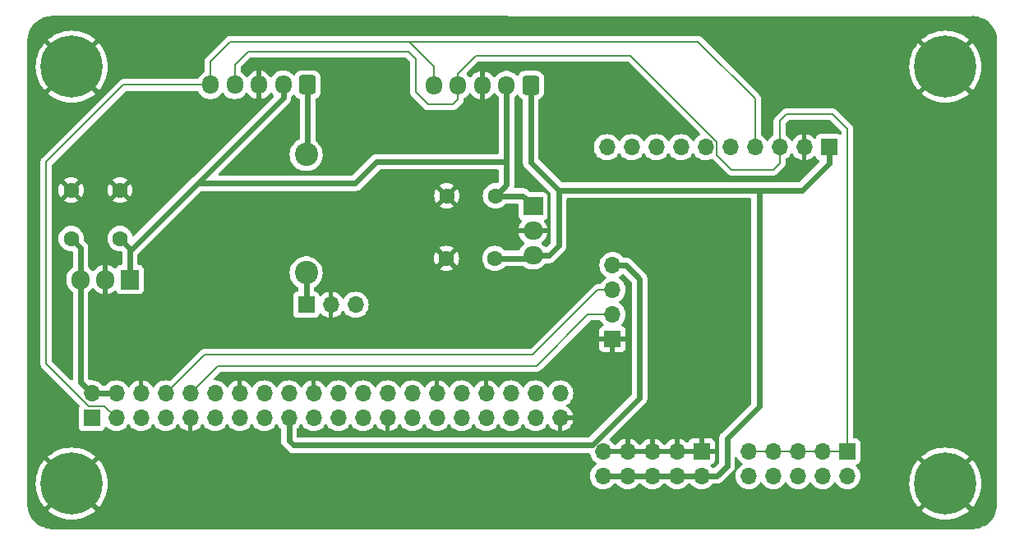
<source format=gbl>
%TF.GenerationSoftware,KiCad,Pcbnew,8.0.2-8.0.2-0~ubuntu24.04.1*%
%TF.CreationDate,2024-05-08T14:11:34+02:00*%
%TF.ProjectId,astrobox_radio_input,61737472-6f62-46f7-985f-726164696f5f,1*%
%TF.SameCoordinates,Original*%
%TF.FileFunction,Copper,L2,Bot*%
%TF.FilePolarity,Positive*%
%FSLAX46Y46*%
G04 Gerber Fmt 4.6, Leading zero omitted, Abs format (unit mm)*
G04 Created by KiCad (PCBNEW 8.0.2-8.0.2-0~ubuntu24.04.1) date 2024-05-08 14:11:34*
%MOMM*%
%LPD*%
G01*
G04 APERTURE LIST*
G04 Aperture macros list*
%AMRoundRect*
0 Rectangle with rounded corners*
0 $1 Rounding radius*
0 $2 $3 $4 $5 $6 $7 $8 $9 X,Y pos of 4 corners*
0 Add a 4 corners polygon primitive as box body*
4,1,4,$2,$3,$4,$5,$6,$7,$8,$9,$2,$3,0*
0 Add four circle primitives for the rounded corners*
1,1,$1+$1,$2,$3*
1,1,$1+$1,$4,$5*
1,1,$1+$1,$6,$7*
1,1,$1+$1,$8,$9*
0 Add four rect primitives between the rounded corners*
20,1,$1+$1,$2,$3,$4,$5,0*
20,1,$1+$1,$4,$5,$6,$7,0*
20,1,$1+$1,$6,$7,$8,$9,0*
20,1,$1+$1,$8,$9,$2,$3,0*%
G04 Aperture macros list end*
%TA.AperFunction,ComponentPad*%
%ADD10R,1.700000X1.700000*%
%TD*%
%TA.AperFunction,ComponentPad*%
%ADD11O,1.700000X1.700000*%
%TD*%
%TA.AperFunction,ComponentPad*%
%ADD12C,6.400000*%
%TD*%
%TA.AperFunction,ComponentPad*%
%ADD13C,2.400000*%
%TD*%
%TA.AperFunction,ComponentPad*%
%ADD14RoundRect,0.250000X0.600000X0.725000X-0.600000X0.725000X-0.600000X-0.725000X0.600000X-0.725000X0*%
%TD*%
%TA.AperFunction,ComponentPad*%
%ADD15O,1.700000X1.950000*%
%TD*%
%TA.AperFunction,ComponentPad*%
%ADD16C,1.600000*%
%TD*%
%TA.AperFunction,ComponentPad*%
%ADD17R,1.905000X2.000000*%
%TD*%
%TA.AperFunction,ComponentPad*%
%ADD18O,1.905000X2.000000*%
%TD*%
%TA.AperFunction,ComponentPad*%
%ADD19R,2.000000X1.905000*%
%TD*%
%TA.AperFunction,ComponentPad*%
%ADD20O,2.000000X1.905000*%
%TD*%
%TA.AperFunction,Conductor*%
%ADD21C,0.600000*%
%TD*%
%TA.AperFunction,Conductor*%
%ADD22C,0.200000*%
%TD*%
G04 APERTURE END LIST*
D10*
X67056000Y-71247000D03*
D11*
X67056000Y-68707000D03*
X69596000Y-71247000D03*
X69596000Y-68707000D03*
X72136000Y-71247000D03*
X72136000Y-68707000D03*
X74676000Y-71247000D03*
X74676000Y-68707000D03*
X77216000Y-71247000D03*
X77216000Y-68707000D03*
X79756000Y-71247000D03*
X79756000Y-68707000D03*
X82296000Y-71247000D03*
X82296000Y-68707000D03*
X84836000Y-71247000D03*
X84836000Y-68707000D03*
X87376000Y-71247000D03*
X87376000Y-68707000D03*
X89916000Y-71247000D03*
X89916000Y-68707000D03*
X92456000Y-71247000D03*
X92456000Y-68707000D03*
X94996000Y-71247000D03*
X94996000Y-68707000D03*
X97536000Y-71247000D03*
X97536000Y-68707000D03*
X100076000Y-71247000D03*
X100076000Y-68707000D03*
X102616000Y-71247000D03*
X102616000Y-68707000D03*
X105156000Y-71247000D03*
X105156000Y-68707000D03*
X107696000Y-71247000D03*
X107696000Y-68707000D03*
X110236000Y-71247000D03*
X110236000Y-68707000D03*
X112776000Y-71247000D03*
X112776000Y-68707000D03*
X115316000Y-71247000D03*
X115316000Y-68707000D03*
D12*
X155000000Y-78000000D03*
X65000000Y-35000000D03*
D13*
X89154000Y-44061000D03*
X89154000Y-56261000D03*
D14*
X89288000Y-36880000D03*
D15*
X86788000Y-36880000D03*
X84288000Y-36880000D03*
X81788000Y-36880000D03*
X79288000Y-36880000D03*
D10*
X120716000Y-63107000D03*
D11*
X120716000Y-60567000D03*
X120716000Y-58027000D03*
X120716000Y-55487000D03*
D10*
X143002000Y-43307000D03*
D11*
X140462000Y-43307000D03*
X137922000Y-43307000D03*
X135382000Y-43307000D03*
X132842000Y-43307000D03*
X130302000Y-43307000D03*
X127762000Y-43307000D03*
X125222000Y-43307000D03*
X122682000Y-43307000D03*
X120142000Y-43307000D03*
D12*
X155000000Y-35000000D03*
D14*
X112291000Y-36913381D03*
D15*
X109791000Y-36913381D03*
X107291000Y-36913381D03*
X104791000Y-36913381D03*
X102291000Y-36913381D03*
D16*
X64950000Y-52725000D03*
X64950000Y-47725000D03*
X69975000Y-47725000D03*
X69975000Y-52725000D03*
D17*
X70990000Y-56955000D03*
D18*
X68450000Y-56955000D03*
X65910000Y-56955000D03*
D12*
X65000000Y-78000000D03*
D10*
X89154000Y-59563000D03*
D11*
X91694000Y-59563000D03*
X94234000Y-59563000D03*
D19*
X112530000Y-49385000D03*
D20*
X112530000Y-51925000D03*
X112530000Y-54465000D03*
D10*
X144907000Y-74676000D03*
D11*
X144907000Y-77216000D03*
X142367000Y-74676000D03*
X142367000Y-77216000D03*
X139827000Y-74676000D03*
X139827000Y-77216000D03*
X137287000Y-74676000D03*
X137287000Y-77216000D03*
X134747000Y-74676000D03*
X134747000Y-77216000D03*
D10*
X129895600Y-74676000D03*
D11*
X129895600Y-77216000D03*
X127355600Y-74676000D03*
X127355600Y-77216000D03*
X124815600Y-74676000D03*
X124815600Y-77216000D03*
X122275600Y-74676000D03*
X122275600Y-77216000D03*
X119735600Y-74676000D03*
X119735600Y-77216000D03*
D16*
X108600000Y-54775000D03*
X103600000Y-54775000D03*
X103650000Y-48325000D03*
X108650000Y-48325000D03*
D21*
X131470400Y-77216000D02*
X132511800Y-76174600D01*
X132511800Y-73355200D02*
X135825000Y-70042000D01*
X124815600Y-77216000D02*
X127355600Y-77216000D01*
X135825000Y-70042000D02*
X135825000Y-70002400D01*
X108600000Y-54775000D02*
X112220000Y-54775000D01*
X115175000Y-53475000D02*
X114185000Y-54465000D01*
X122275600Y-77216000D02*
X124815600Y-77216000D01*
X132511800Y-76174600D02*
X132511800Y-73355200D01*
X127355600Y-77216000D02*
X129895600Y-77216000D01*
X112220000Y-54775000D02*
X112530000Y-54465000D01*
X129895600Y-77216000D02*
X131470400Y-77216000D01*
X114185000Y-54465000D02*
X112530000Y-54465000D01*
X135825000Y-47750000D02*
X140225000Y-47750000D01*
X115175000Y-47750000D02*
X115175000Y-53475000D01*
X140225000Y-47750000D02*
X143002000Y-44973000D01*
X112291000Y-36913381D02*
X112291000Y-44866000D01*
X112291000Y-44866000D02*
X115175000Y-47750000D01*
X135825000Y-70002400D02*
X135825000Y-47750000D01*
X115175000Y-47750000D02*
X135825000Y-47750000D01*
X119735600Y-77216000D02*
X122275600Y-77216000D01*
X143002000Y-44973000D02*
X143002000Y-43307000D01*
X109791000Y-47184000D02*
X108650000Y-48325000D01*
X96425000Y-44800000D02*
X94192500Y-47032500D01*
X70990000Y-54025000D02*
X70990000Y-53740000D01*
X86788000Y-38227000D02*
X77982500Y-47032500D01*
X86788000Y-36880000D02*
X86788000Y-38227000D01*
X70990000Y-53740000D02*
X69975000Y-52725000D01*
X94192500Y-47032500D02*
X77982500Y-47032500D01*
X109791000Y-36913381D02*
X109791000Y-44800000D01*
X108650000Y-48325000D02*
X111470000Y-48325000D01*
X77982500Y-47032500D02*
X70990000Y-54025000D01*
X109791000Y-44800000D02*
X109791000Y-47184000D01*
X109791000Y-44800000D02*
X96425000Y-44800000D01*
X70990000Y-56955000D02*
X70990000Y-54025000D01*
X111470000Y-48325000D02*
X112530000Y-49385000D01*
X89154000Y-59563000D02*
X89154000Y-56261000D01*
X89288000Y-43927000D02*
X89154000Y-44061000D01*
X89288000Y-36880000D02*
X89288000Y-43927000D01*
X123500000Y-56875000D02*
X123500000Y-69175000D01*
X87850000Y-74050000D02*
X87376000Y-73576000D01*
X122112000Y-55487000D02*
X123500000Y-56875000D01*
X118625000Y-74050000D02*
X87850000Y-74050000D01*
X87376000Y-73576000D02*
X87376000Y-71247000D01*
X123500000Y-69175000D02*
X118625000Y-74050000D01*
X120716000Y-55487000D02*
X122112000Y-55487000D01*
D22*
X129525000Y-32425000D02*
X99775000Y-32425000D01*
X135382000Y-43307000D02*
X135382000Y-38282000D01*
X70320000Y-36880000D02*
X79288000Y-36880000D01*
X69596000Y-71247000D02*
X68374000Y-70025000D01*
X102291000Y-34941000D02*
X102291000Y-36913381D01*
X99775000Y-32425000D02*
X102291000Y-34941000D01*
X79288000Y-36880000D02*
X79288000Y-34487000D01*
X135382000Y-38282000D02*
X129525000Y-32425000D01*
X81350000Y-32425000D02*
X99775000Y-32425000D01*
X66747654Y-70025000D02*
X62375000Y-65652346D01*
X62375000Y-44825000D02*
X70320000Y-36880000D01*
X79288000Y-34487000D02*
X81350000Y-32425000D01*
X62375000Y-65652346D02*
X62375000Y-44825000D01*
X68374000Y-70025000D02*
X66747654Y-70025000D01*
X81788000Y-34812000D02*
X83150000Y-33450000D01*
X137287000Y-74676000D02*
X139827000Y-74676000D01*
X137922000Y-43307000D02*
X137922000Y-44953000D01*
X101700000Y-38875000D02*
X104275000Y-38875000D01*
X137922000Y-44953000D02*
X137250000Y-45625000D01*
X83150000Y-33450000D02*
X99675000Y-33450000D01*
X104791000Y-35709000D02*
X104791000Y-36913381D01*
X137922000Y-40603000D02*
X137922000Y-43307000D01*
X142367000Y-74676000D02*
X144907000Y-74676000D01*
X104275000Y-38875000D02*
X104791000Y-38359000D01*
X143404600Y-39925000D02*
X138600000Y-39925000D01*
X100450000Y-37625000D02*
X101700000Y-38875000D01*
X138600000Y-39925000D02*
X137922000Y-40603000D01*
X139827000Y-74676000D02*
X142367000Y-74676000D01*
X81788000Y-36880000D02*
X81788000Y-34812000D01*
X134747000Y-74676000D02*
X137287000Y-74676000D01*
X131452000Y-44102000D02*
X131452000Y-42752000D01*
X104791000Y-38359000D02*
X104791000Y-36913381D01*
X137250000Y-45625000D02*
X132975000Y-45625000D01*
X144907000Y-41427400D02*
X143404600Y-39925000D01*
X122575000Y-33875000D02*
X106625000Y-33875000D01*
X131452000Y-42752000D02*
X122575000Y-33875000D01*
X132975000Y-45625000D02*
X131452000Y-44102000D01*
X100450000Y-34225000D02*
X100450000Y-37625000D01*
X144907000Y-74676000D02*
X144907000Y-41427400D01*
X99675000Y-33450000D02*
X100450000Y-34225000D01*
X106625000Y-33875000D02*
X104791000Y-35709000D01*
X120716000Y-58027000D02*
X119198000Y-58027000D01*
X78658000Y-64725000D02*
X74676000Y-68707000D01*
X119198000Y-58027000D02*
X112500000Y-64725000D01*
X112500000Y-64725000D02*
X78658000Y-64725000D01*
X112900000Y-65850000D02*
X80073000Y-65850000D01*
X120716000Y-60567000D02*
X118183000Y-60567000D01*
X118183000Y-60567000D02*
X112900000Y-65850000D01*
X80073000Y-65850000D02*
X77216000Y-68707000D01*
D21*
X65910000Y-53685000D02*
X64950000Y-52725000D01*
X65910000Y-56955000D02*
X65910000Y-53685000D01*
X65910000Y-67561000D02*
X67056000Y-68707000D01*
X67056000Y-68707000D02*
X69596000Y-68707000D01*
X65910000Y-56955000D02*
X65910000Y-67561000D01*
%TA.AperFunction,Conductor*%
G36*
X108933539Y-45620185D02*
G01*
X108979294Y-45672989D01*
X108990500Y-45724500D01*
X108990500Y-46801059D01*
X108970815Y-46868098D01*
X108954181Y-46888741D01*
X108850326Y-46992595D01*
X108789003Y-47026079D01*
X108751838Y-47028441D01*
X108650002Y-47019532D01*
X108649998Y-47019532D01*
X108423313Y-47039364D01*
X108423302Y-47039366D01*
X108203511Y-47098258D01*
X108203502Y-47098261D01*
X107997267Y-47194431D01*
X107997265Y-47194432D01*
X107810858Y-47324954D01*
X107649954Y-47485858D01*
X107519432Y-47672265D01*
X107519431Y-47672267D01*
X107423261Y-47878502D01*
X107423258Y-47878511D01*
X107364366Y-48098302D01*
X107364364Y-48098313D01*
X107344532Y-48324998D01*
X107344532Y-48325001D01*
X107364364Y-48551686D01*
X107364366Y-48551697D01*
X107423258Y-48771488D01*
X107423261Y-48771497D01*
X107519431Y-48977732D01*
X107519432Y-48977734D01*
X107649954Y-49164141D01*
X107810858Y-49325045D01*
X107810861Y-49325047D01*
X107997266Y-49455568D01*
X108203504Y-49551739D01*
X108423308Y-49610635D01*
X108585230Y-49624801D01*
X108649998Y-49630468D01*
X108650000Y-49630468D01*
X108650002Y-49630468D01*
X108706673Y-49625509D01*
X108876692Y-49610635D01*
X109096496Y-49551739D01*
X109302734Y-49455568D01*
X109489139Y-49325047D01*
X109564686Y-49249500D01*
X109652368Y-49161819D01*
X109713691Y-49128334D01*
X109740049Y-49125500D01*
X110905500Y-49125500D01*
X110972539Y-49145185D01*
X111018294Y-49197989D01*
X111029500Y-49249500D01*
X111029500Y-50385370D01*
X111029501Y-50385376D01*
X111035908Y-50444983D01*
X111086202Y-50579828D01*
X111086206Y-50579835D01*
X111172452Y-50695044D01*
X111172455Y-50695047D01*
X111287664Y-50781293D01*
X111287667Y-50781295D01*
X111287668Y-50781295D01*
X111287669Y-50781296D01*
X111316025Y-50791872D01*
X111371958Y-50833742D01*
X111396376Y-50899206D01*
X111381525Y-50967479D01*
X111373010Y-50980939D01*
X111240213Y-51163719D01*
X111136417Y-51367429D01*
X111065765Y-51584871D01*
X111051491Y-51675000D01*
X112039252Y-51675000D01*
X112017482Y-51712708D01*
X111980000Y-51852591D01*
X111980000Y-51997409D01*
X112017482Y-52137292D01*
X112039252Y-52175000D01*
X111051491Y-52175000D01*
X111065765Y-52265128D01*
X111136417Y-52482570D01*
X111240211Y-52686276D01*
X111374597Y-52871242D01*
X111536257Y-53032902D01*
X111536263Y-53032907D01*
X111620863Y-53094372D01*
X111663529Y-53149701D01*
X111669508Y-53219315D01*
X111636903Y-53281110D01*
X111620864Y-53295007D01*
X111535940Y-53356709D01*
X111535931Y-53356716D01*
X111374216Y-53518431D01*
X111374216Y-53518432D01*
X111374214Y-53518434D01*
X111341006Y-53564141D01*
X111239783Y-53703461D01*
X111203356Y-53774954D01*
X111162993Y-53854172D01*
X111136180Y-53906795D01*
X111088206Y-53957591D01*
X111025695Y-53974500D01*
X109690049Y-53974500D01*
X109623010Y-53954815D01*
X109602368Y-53938181D01*
X109439141Y-53774954D01*
X109252734Y-53644432D01*
X109252732Y-53644431D01*
X109046497Y-53548261D01*
X109046488Y-53548258D01*
X108826697Y-53489366D01*
X108826693Y-53489365D01*
X108826692Y-53489365D01*
X108826691Y-53489364D01*
X108826686Y-53489364D01*
X108600002Y-53469532D01*
X108599998Y-53469532D01*
X108373313Y-53489364D01*
X108373302Y-53489366D01*
X108153511Y-53548258D01*
X108153502Y-53548261D01*
X107947267Y-53644431D01*
X107947265Y-53644432D01*
X107760858Y-53774954D01*
X107599954Y-53935858D01*
X107469432Y-54122265D01*
X107469431Y-54122267D01*
X107373261Y-54328502D01*
X107373258Y-54328511D01*
X107314366Y-54548302D01*
X107314364Y-54548313D01*
X107294532Y-54774998D01*
X107294532Y-54775001D01*
X107314364Y-55001686D01*
X107314366Y-55001697D01*
X107373258Y-55221488D01*
X107373261Y-55221497D01*
X107469431Y-55427732D01*
X107469432Y-55427734D01*
X107599954Y-55614141D01*
X107760858Y-55775045D01*
X107760861Y-55775047D01*
X107947266Y-55905568D01*
X108153504Y-56001739D01*
X108373308Y-56060635D01*
X108535230Y-56074801D01*
X108599998Y-56080468D01*
X108600000Y-56080468D01*
X108600002Y-56080468D01*
X108656673Y-56075509D01*
X108826692Y-56060635D01*
X109046496Y-56001739D01*
X109252734Y-55905568D01*
X109439139Y-55775047D01*
X109517238Y-55696948D01*
X109602368Y-55611819D01*
X109663691Y-55578334D01*
X109690049Y-55575500D01*
X111498691Y-55575500D01*
X111565730Y-55595185D01*
X111571567Y-55599175D01*
X111720962Y-55707717D01*
X111898174Y-55798011D01*
X111924744Y-55811549D01*
X112142251Y-55882221D01*
X112142252Y-55882221D01*
X112142255Y-55882222D01*
X112368146Y-55918000D01*
X112368147Y-55918000D01*
X112691853Y-55918000D01*
X112691854Y-55918000D01*
X112917745Y-55882222D01*
X112917748Y-55882221D01*
X112917749Y-55882221D01*
X113135255Y-55811549D01*
X113135255Y-55811548D01*
X113135258Y-55811548D01*
X113339038Y-55707717D01*
X113524066Y-55573286D01*
X113685786Y-55411566D01*
X113754772Y-55316615D01*
X113810102Y-55273949D01*
X113855090Y-55265500D01*
X114263844Y-55265500D01*
X114263845Y-55265499D01*
X114418497Y-55234737D01*
X114564179Y-55174394D01*
X114695289Y-55086789D01*
X115796788Y-53985290D01*
X115804668Y-53973497D01*
X115884394Y-53854179D01*
X115944737Y-53708497D01*
X115947370Y-53695263D01*
X115975500Y-53553843D01*
X115975500Y-53396158D01*
X115975500Y-48674500D01*
X115995185Y-48607461D01*
X116047989Y-48561706D01*
X116099500Y-48550500D01*
X134900500Y-48550500D01*
X134967539Y-48570185D01*
X135013294Y-48622989D01*
X135024500Y-48674500D01*
X135024500Y-69659060D01*
X135004815Y-69726099D01*
X134988181Y-69746741D01*
X132001511Y-72733411D01*
X131945760Y-72789162D01*
X131890009Y-72844912D01*
X131802409Y-72976014D01*
X131802402Y-72976027D01*
X131742064Y-73121698D01*
X131742061Y-73121710D01*
X131711300Y-73276353D01*
X131711300Y-75791660D01*
X131691615Y-75858699D01*
X131674981Y-75879341D01*
X131175141Y-76379181D01*
X131113818Y-76412666D01*
X131087460Y-76415500D01*
X131048291Y-76415500D01*
X130981252Y-76395815D01*
X130946716Y-76362624D01*
X130934095Y-76344599D01*
X130811779Y-76222283D01*
X130778296Y-76160963D01*
X130783280Y-76091271D01*
X130825151Y-76035337D01*
X130856129Y-76018422D01*
X130987686Y-75969354D01*
X130987693Y-75969350D01*
X131102787Y-75883190D01*
X131102790Y-75883187D01*
X131188950Y-75768093D01*
X131188954Y-75768086D01*
X131239196Y-75633379D01*
X131239198Y-75633372D01*
X131245599Y-75573844D01*
X131245600Y-75573827D01*
X131245600Y-74926000D01*
X130328612Y-74926000D01*
X130361525Y-74868993D01*
X130395600Y-74741826D01*
X130395600Y-74610174D01*
X130361525Y-74483007D01*
X130328612Y-74426000D01*
X131245600Y-74426000D01*
X131245600Y-73778172D01*
X131245599Y-73778155D01*
X131239198Y-73718627D01*
X131239196Y-73718620D01*
X131188954Y-73583913D01*
X131188950Y-73583906D01*
X131102790Y-73468812D01*
X131102787Y-73468809D01*
X130987693Y-73382649D01*
X130987686Y-73382645D01*
X130852979Y-73332403D01*
X130852972Y-73332401D01*
X130793444Y-73326000D01*
X130145600Y-73326000D01*
X130145600Y-74242988D01*
X130088593Y-74210075D01*
X129961426Y-74176000D01*
X129829774Y-74176000D01*
X129702607Y-74210075D01*
X129645600Y-74242988D01*
X129645600Y-73326000D01*
X128997755Y-73326000D01*
X128938227Y-73332401D01*
X128938220Y-73332403D01*
X128803513Y-73382645D01*
X128803506Y-73382649D01*
X128688412Y-73468809D01*
X128688409Y-73468812D01*
X128602249Y-73583906D01*
X128602246Y-73583911D01*
X128552985Y-73715987D01*
X128511113Y-73771920D01*
X128445649Y-73796337D01*
X128377376Y-73781485D01*
X128349122Y-73760334D01*
X128226682Y-73637894D01*
X128033178Y-73502399D01*
X127819092Y-73402570D01*
X127819086Y-73402567D01*
X127605600Y-73345364D01*
X127605600Y-74242988D01*
X127548593Y-74210075D01*
X127421426Y-74176000D01*
X127289774Y-74176000D01*
X127162607Y-74210075D01*
X127105600Y-74242988D01*
X127105600Y-73345364D01*
X127105599Y-73345364D01*
X126892113Y-73402567D01*
X126892107Y-73402570D01*
X126678022Y-73502399D01*
X126678020Y-73502400D01*
X126484526Y-73637886D01*
X126484520Y-73637891D01*
X126317491Y-73804920D01*
X126317490Y-73804922D01*
X126187175Y-73991031D01*
X126132598Y-74034655D01*
X126063099Y-74041848D01*
X126000745Y-74010326D01*
X125984025Y-73991031D01*
X125853709Y-73804922D01*
X125853708Y-73804920D01*
X125686682Y-73637894D01*
X125493178Y-73502399D01*
X125279092Y-73402570D01*
X125279086Y-73402567D01*
X125065600Y-73345364D01*
X125065600Y-74242988D01*
X125008593Y-74210075D01*
X124881426Y-74176000D01*
X124749774Y-74176000D01*
X124622607Y-74210075D01*
X124565600Y-74242988D01*
X124565600Y-73345364D01*
X124565599Y-73345364D01*
X124352113Y-73402567D01*
X124352107Y-73402570D01*
X124138022Y-73502399D01*
X124138020Y-73502400D01*
X123944526Y-73637886D01*
X123944520Y-73637891D01*
X123777491Y-73804920D01*
X123777490Y-73804922D01*
X123647175Y-73991031D01*
X123592598Y-74034655D01*
X123523099Y-74041848D01*
X123460745Y-74010326D01*
X123444025Y-73991031D01*
X123313709Y-73804922D01*
X123313708Y-73804920D01*
X123146682Y-73637894D01*
X122953178Y-73502399D01*
X122739092Y-73402570D01*
X122739086Y-73402567D01*
X122525600Y-73345364D01*
X122525600Y-74242988D01*
X122468593Y-74210075D01*
X122341426Y-74176000D01*
X122209774Y-74176000D01*
X122082607Y-74210075D01*
X122025600Y-74242988D01*
X122025600Y-73345364D01*
X122025599Y-73345364D01*
X121812113Y-73402567D01*
X121812107Y-73402570D01*
X121598022Y-73502399D01*
X121598020Y-73502400D01*
X121404526Y-73637886D01*
X121404520Y-73637891D01*
X121237491Y-73804920D01*
X121237490Y-73804922D01*
X121107175Y-73991031D01*
X121052598Y-74034655D01*
X120983099Y-74041848D01*
X120920745Y-74010326D01*
X120904025Y-73991031D01*
X120773709Y-73804922D01*
X120773708Y-73804920D01*
X120606678Y-73637890D01*
X120470413Y-73542475D01*
X120426788Y-73487898D01*
X120419596Y-73418400D01*
X120451119Y-73356045D01*
X120453793Y-73353284D01*
X124121789Y-69685289D01*
X124132639Y-69669051D01*
X124209394Y-69554179D01*
X124269737Y-69408497D01*
X124300500Y-69253842D01*
X124300500Y-56796158D01*
X124300500Y-56796155D01*
X124300499Y-56796153D01*
X124269738Y-56641510D01*
X124269737Y-56641503D01*
X124221687Y-56525498D01*
X124209397Y-56495827D01*
X124209390Y-56495814D01*
X124121790Y-56364712D01*
X124106820Y-56349742D01*
X124010289Y-56253211D01*
X123318495Y-55561417D01*
X122622292Y-54865213D01*
X122622288Y-54865210D01*
X122491185Y-54777609D01*
X122491172Y-54777602D01*
X122345501Y-54717264D01*
X122345489Y-54717261D01*
X122190845Y-54686500D01*
X122190842Y-54686500D01*
X121868691Y-54686500D01*
X121801652Y-54666815D01*
X121767116Y-54633624D01*
X121754491Y-54615594D01*
X121587402Y-54448506D01*
X121587395Y-54448501D01*
X121393834Y-54312967D01*
X121393830Y-54312965D01*
X121393828Y-54312964D01*
X121179663Y-54213097D01*
X121179659Y-54213096D01*
X121179655Y-54213094D01*
X120951413Y-54151938D01*
X120951403Y-54151936D01*
X120716001Y-54131341D01*
X120715999Y-54131341D01*
X120480596Y-54151936D01*
X120480586Y-54151938D01*
X120252344Y-54213094D01*
X120252335Y-54213098D01*
X120038171Y-54312964D01*
X120038169Y-54312965D01*
X119844597Y-54448505D01*
X119677505Y-54615597D01*
X119541965Y-54809169D01*
X119541964Y-54809171D01*
X119452234Y-55001599D01*
X119443371Y-55020606D01*
X119442098Y-55023335D01*
X119442094Y-55023344D01*
X119380938Y-55251586D01*
X119380936Y-55251596D01*
X119360341Y-55486999D01*
X119360341Y-55487000D01*
X119380936Y-55722403D01*
X119380938Y-55722413D01*
X119442094Y-55950655D01*
X119442096Y-55950659D01*
X119442097Y-55950663D01*
X119486490Y-56045864D01*
X119541965Y-56164830D01*
X119541967Y-56164834D01*
X119677501Y-56358395D01*
X119677506Y-56358402D01*
X119844597Y-56525493D01*
X119844603Y-56525498D01*
X120030158Y-56655425D01*
X120073783Y-56710002D01*
X120080977Y-56779500D01*
X120049454Y-56841855D01*
X120030158Y-56858575D01*
X119844597Y-56988505D01*
X119677506Y-57155596D01*
X119541965Y-57349170D01*
X119541962Y-57349175D01*
X119539289Y-57354909D01*
X119493115Y-57407346D01*
X119426909Y-57426500D01*
X119118940Y-57426500D01*
X119078019Y-57437464D01*
X119078019Y-57437465D01*
X119040751Y-57447451D01*
X118966214Y-57467423D01*
X118966209Y-57467426D01*
X118829290Y-57546475D01*
X118829282Y-57546481D01*
X118717478Y-57658286D01*
X112287584Y-64088181D01*
X112226261Y-64121666D01*
X112199903Y-64124500D01*
X78578940Y-64124500D01*
X78538019Y-64135464D01*
X78538019Y-64135465D01*
X78500751Y-64145451D01*
X78426214Y-64165423D01*
X78426209Y-64165426D01*
X78289290Y-64244475D01*
X78289282Y-64244481D01*
X78177478Y-64356286D01*
X75159530Y-67374233D01*
X75098207Y-67407718D01*
X75039756Y-67406327D01*
X74911413Y-67371938D01*
X74911403Y-67371936D01*
X74676001Y-67351341D01*
X74675999Y-67351341D01*
X74440596Y-67371936D01*
X74440586Y-67371938D01*
X74212344Y-67433094D01*
X74212335Y-67433098D01*
X73998171Y-67532964D01*
X73998169Y-67532965D01*
X73804597Y-67668505D01*
X73637508Y-67835594D01*
X73507269Y-68021595D01*
X73452692Y-68065219D01*
X73383193Y-68072412D01*
X73320839Y-68040890D01*
X73304119Y-68021594D01*
X73174113Y-67835926D01*
X73174108Y-67835920D01*
X73007082Y-67668894D01*
X72813578Y-67533399D01*
X72599492Y-67433570D01*
X72599486Y-67433567D01*
X72386000Y-67376364D01*
X72386000Y-68273988D01*
X72328993Y-68241075D01*
X72201826Y-68207000D01*
X72070174Y-68207000D01*
X71943007Y-68241075D01*
X71886000Y-68273988D01*
X71886000Y-67376364D01*
X71885999Y-67376364D01*
X71672513Y-67433567D01*
X71672507Y-67433570D01*
X71458422Y-67533399D01*
X71458420Y-67533400D01*
X71264926Y-67668886D01*
X71264920Y-67668891D01*
X71097891Y-67835920D01*
X71097890Y-67835922D01*
X70967880Y-68021595D01*
X70913303Y-68065219D01*
X70843804Y-68072412D01*
X70781450Y-68040890D01*
X70764730Y-68021594D01*
X70634494Y-67835597D01*
X70467402Y-67668506D01*
X70467395Y-67668501D01*
X70273834Y-67532967D01*
X70273830Y-67532965D01*
X70164874Y-67482158D01*
X70059663Y-67433097D01*
X70059659Y-67433096D01*
X70059655Y-67433094D01*
X69831413Y-67371938D01*
X69831403Y-67371936D01*
X69596001Y-67351341D01*
X69595999Y-67351341D01*
X69360596Y-67371936D01*
X69360586Y-67371938D01*
X69132344Y-67433094D01*
X69132335Y-67433098D01*
X68918171Y-67532964D01*
X68918169Y-67532965D01*
X68724597Y-67668505D01*
X68557508Y-67835594D01*
X68544884Y-67853624D01*
X68490307Y-67897248D01*
X68443309Y-67906500D01*
X68208691Y-67906500D01*
X68141652Y-67886815D01*
X68107116Y-67853624D01*
X68094495Y-67835599D01*
X68094493Y-67835597D01*
X68094491Y-67835594D01*
X67927402Y-67668506D01*
X67927395Y-67668501D01*
X67733834Y-67532967D01*
X67733830Y-67532965D01*
X67624874Y-67482158D01*
X67519663Y-67433097D01*
X67519659Y-67433096D01*
X67519655Y-67433094D01*
X67291413Y-67371938D01*
X67291403Y-67371936D01*
X67056001Y-67351341D01*
X67055998Y-67351341D01*
X66908007Y-67364288D01*
X66839507Y-67350521D01*
X66809519Y-67328441D01*
X66746819Y-67265741D01*
X66713334Y-67204418D01*
X66710500Y-67178060D01*
X66710500Y-58280089D01*
X66730185Y-58213050D01*
X66761609Y-58179775D01*
X66856566Y-58110786D01*
X67018286Y-57949066D01*
X67079992Y-57864134D01*
X67135319Y-57821470D01*
X67204932Y-57815491D01*
X67266727Y-57848096D01*
X67280626Y-57864135D01*
X67342097Y-57948741D01*
X67342097Y-57948742D01*
X67503757Y-58110402D01*
X67688723Y-58244788D01*
X67892429Y-58348582D01*
X68109871Y-58419234D01*
X68200000Y-58433509D01*
X68200000Y-57445747D01*
X68237708Y-57467518D01*
X68377591Y-57505000D01*
X68522409Y-57505000D01*
X68662292Y-57467518D01*
X68700000Y-57445747D01*
X68700000Y-58433508D01*
X68790128Y-58419234D01*
X69007570Y-58348582D01*
X69211276Y-58244788D01*
X69394059Y-58111988D01*
X69459865Y-58088508D01*
X69527919Y-58104333D01*
X69576614Y-58154439D01*
X69583127Y-58168974D01*
X69593701Y-58197326D01*
X69593706Y-58197335D01*
X69679952Y-58312544D01*
X69679955Y-58312547D01*
X69795164Y-58398793D01*
X69795171Y-58398797D01*
X69930017Y-58449091D01*
X69930016Y-58449091D01*
X69936944Y-58449835D01*
X69989627Y-58455500D01*
X71990372Y-58455499D01*
X72049983Y-58449091D01*
X72184831Y-58398796D01*
X72300046Y-58312546D01*
X72386296Y-58197331D01*
X72436591Y-58062483D01*
X72443000Y-58002873D01*
X72442999Y-56260995D01*
X87448732Y-56260995D01*
X87448732Y-56261004D01*
X87467777Y-56515154D01*
X87517841Y-56734500D01*
X87524492Y-56763637D01*
X87617607Y-57000888D01*
X87745041Y-57221612D01*
X87903950Y-57420877D01*
X88090783Y-57594232D01*
X88299353Y-57736432D01*
X88343653Y-57790459D01*
X88353500Y-57838884D01*
X88353500Y-58090648D01*
X88333815Y-58157687D01*
X88281011Y-58203442D01*
X88242755Y-58213938D01*
X88196516Y-58218909D01*
X88061671Y-58269202D01*
X88061664Y-58269206D01*
X87946455Y-58355452D01*
X87946452Y-58355455D01*
X87860206Y-58470664D01*
X87860202Y-58470671D01*
X87809908Y-58605517D01*
X87803501Y-58665116D01*
X87803500Y-58665135D01*
X87803500Y-60460870D01*
X87803501Y-60460876D01*
X87809908Y-60520483D01*
X87860202Y-60655328D01*
X87860206Y-60655335D01*
X87946452Y-60770544D01*
X87946455Y-60770547D01*
X88061664Y-60856793D01*
X88061671Y-60856797D01*
X88196517Y-60907091D01*
X88196516Y-60907091D01*
X88203444Y-60907835D01*
X88256127Y-60913500D01*
X90051872Y-60913499D01*
X90111483Y-60907091D01*
X90246331Y-60856796D01*
X90361546Y-60770546D01*
X90447796Y-60655331D01*
X90497002Y-60523401D01*
X90538872Y-60467468D01*
X90604337Y-60443050D01*
X90672610Y-60457901D01*
X90700865Y-60479053D01*
X90822917Y-60601105D01*
X91016421Y-60736600D01*
X91230507Y-60836429D01*
X91230516Y-60836433D01*
X91444000Y-60893634D01*
X91444000Y-59996012D01*
X91501007Y-60028925D01*
X91628174Y-60063000D01*
X91759826Y-60063000D01*
X91886993Y-60028925D01*
X91944000Y-59996012D01*
X91944000Y-60893633D01*
X92157483Y-60836433D01*
X92157492Y-60836429D01*
X92371578Y-60736600D01*
X92565082Y-60601105D01*
X92732105Y-60434082D01*
X92862119Y-60248405D01*
X92916696Y-60204781D01*
X92986195Y-60197588D01*
X93048549Y-60229110D01*
X93065269Y-60248405D01*
X93195505Y-60434401D01*
X93362599Y-60601495D01*
X93459384Y-60669265D01*
X93556165Y-60737032D01*
X93556167Y-60737033D01*
X93556170Y-60737035D01*
X93770337Y-60836903D01*
X93998592Y-60898063D01*
X94175034Y-60913500D01*
X94233999Y-60918659D01*
X94234000Y-60918659D01*
X94234001Y-60918659D01*
X94292966Y-60913500D01*
X94469408Y-60898063D01*
X94697663Y-60836903D01*
X94911830Y-60737035D01*
X95105401Y-60601495D01*
X95272495Y-60434401D01*
X95408035Y-60240830D01*
X95507903Y-60026663D01*
X95569063Y-59798408D01*
X95589659Y-59563000D01*
X95569063Y-59327592D01*
X95507903Y-59099337D01*
X95408035Y-58885171D01*
X95402731Y-58877595D01*
X95272494Y-58691597D01*
X95105402Y-58524506D01*
X95105395Y-58524501D01*
X94911834Y-58388967D01*
X94911830Y-58388965D01*
X94911828Y-58388964D01*
X94697663Y-58289097D01*
X94697659Y-58289096D01*
X94697655Y-58289094D01*
X94469413Y-58227938D01*
X94469403Y-58227936D01*
X94234001Y-58207341D01*
X94233999Y-58207341D01*
X93998596Y-58227936D01*
X93998586Y-58227938D01*
X93770344Y-58289094D01*
X93770335Y-58289098D01*
X93556171Y-58388964D01*
X93556169Y-58388965D01*
X93362597Y-58524505D01*
X93195508Y-58691594D01*
X93065269Y-58877595D01*
X93010692Y-58921219D01*
X92941193Y-58928412D01*
X92878839Y-58896890D01*
X92862119Y-58877594D01*
X92732113Y-58691926D01*
X92732108Y-58691920D01*
X92565082Y-58524894D01*
X92371578Y-58389399D01*
X92157492Y-58289570D01*
X92157486Y-58289567D01*
X91944000Y-58232364D01*
X91944000Y-59129988D01*
X91886993Y-59097075D01*
X91759826Y-59063000D01*
X91628174Y-59063000D01*
X91501007Y-59097075D01*
X91444000Y-59129988D01*
X91444000Y-58232364D01*
X91443999Y-58232364D01*
X91230513Y-58289567D01*
X91230507Y-58289570D01*
X91016422Y-58389399D01*
X91016420Y-58389400D01*
X90822926Y-58524886D01*
X90700865Y-58646947D01*
X90639542Y-58680431D01*
X90569850Y-58675447D01*
X90513917Y-58633575D01*
X90497002Y-58602598D01*
X90447797Y-58470671D01*
X90447793Y-58470664D01*
X90361547Y-58355455D01*
X90361544Y-58355452D01*
X90246335Y-58269206D01*
X90246328Y-58269202D01*
X90111483Y-58218908D01*
X90065243Y-58213937D01*
X90000693Y-58187199D01*
X89960845Y-58129806D01*
X89954500Y-58090648D01*
X89954500Y-57838884D01*
X89974185Y-57771845D01*
X90008645Y-57736433D01*
X90217217Y-57594232D01*
X90404050Y-57420877D01*
X90562959Y-57221612D01*
X90690393Y-57000888D01*
X90783508Y-56763637D01*
X90840222Y-56515157D01*
X90851969Y-56358401D01*
X90859268Y-56261004D01*
X90859268Y-56260995D01*
X90840222Y-56006845D01*
X90839057Y-56001741D01*
X90783508Y-55758363D01*
X90690393Y-55521112D01*
X90562959Y-55300388D01*
X90404050Y-55101123D01*
X90217217Y-54927768D01*
X90006634Y-54784195D01*
X90006630Y-54784193D01*
X90006627Y-54784191D01*
X90006626Y-54784190D01*
X89987536Y-54774997D01*
X102295034Y-54774997D01*
X102295034Y-54775002D01*
X102314858Y-55001599D01*
X102314860Y-55001610D01*
X102373730Y-55221317D01*
X102373735Y-55221331D01*
X102469863Y-55427478D01*
X102520974Y-55500472D01*
X103200000Y-54821446D01*
X103200000Y-54827661D01*
X103227259Y-54929394D01*
X103279920Y-55020606D01*
X103354394Y-55095080D01*
X103445606Y-55147741D01*
X103547339Y-55175000D01*
X103553553Y-55175000D01*
X102874526Y-55854025D01*
X102947513Y-55905132D01*
X102947521Y-55905136D01*
X103153668Y-56001264D01*
X103153682Y-56001269D01*
X103373389Y-56060139D01*
X103373400Y-56060141D01*
X103599998Y-56079966D01*
X103600002Y-56079966D01*
X103826599Y-56060141D01*
X103826610Y-56060139D01*
X104046317Y-56001269D01*
X104046331Y-56001264D01*
X104252478Y-55905136D01*
X104325471Y-55854024D01*
X103646447Y-55175000D01*
X103652661Y-55175000D01*
X103754394Y-55147741D01*
X103845606Y-55095080D01*
X103920080Y-55020606D01*
X103972741Y-54929394D01*
X104000000Y-54827661D01*
X104000000Y-54821447D01*
X104679024Y-55500471D01*
X104730136Y-55427478D01*
X104826264Y-55221331D01*
X104826269Y-55221317D01*
X104885139Y-55001610D01*
X104885141Y-55001599D01*
X104904966Y-54775002D01*
X104904966Y-54774997D01*
X104885141Y-54548400D01*
X104885139Y-54548389D01*
X104826269Y-54328682D01*
X104826264Y-54328668D01*
X104730136Y-54122521D01*
X104730132Y-54122513D01*
X104679025Y-54049526D01*
X104000000Y-54728551D01*
X104000000Y-54722339D01*
X103972741Y-54620606D01*
X103920080Y-54529394D01*
X103845606Y-54454920D01*
X103754394Y-54402259D01*
X103652661Y-54375000D01*
X103646448Y-54375000D01*
X104325472Y-53695974D01*
X104252478Y-53644863D01*
X104046331Y-53548735D01*
X104046317Y-53548730D01*
X103826610Y-53489860D01*
X103826599Y-53489858D01*
X103600002Y-53470034D01*
X103599998Y-53470034D01*
X103373400Y-53489858D01*
X103373389Y-53489860D01*
X103153682Y-53548730D01*
X103153673Y-53548734D01*
X102947516Y-53644866D01*
X102947512Y-53644868D01*
X102874526Y-53695973D01*
X102874526Y-53695974D01*
X103553553Y-54375000D01*
X103547339Y-54375000D01*
X103445606Y-54402259D01*
X103354394Y-54454920D01*
X103279920Y-54529394D01*
X103227259Y-54620606D01*
X103200000Y-54722339D01*
X103200000Y-54728552D01*
X102520974Y-54049526D01*
X102520973Y-54049526D01*
X102469868Y-54122512D01*
X102469866Y-54122516D01*
X102373734Y-54328673D01*
X102373730Y-54328682D01*
X102314860Y-54548389D01*
X102314858Y-54548400D01*
X102295034Y-54774997D01*
X89987536Y-54774997D01*
X89777006Y-54673612D01*
X89777008Y-54673612D01*
X89533466Y-54598489D01*
X89533462Y-54598488D01*
X89533458Y-54598487D01*
X89412231Y-54580214D01*
X89281440Y-54560500D01*
X89281435Y-54560500D01*
X89026565Y-54560500D01*
X89026559Y-54560500D01*
X88869609Y-54584157D01*
X88774542Y-54598487D01*
X88774539Y-54598488D01*
X88774533Y-54598489D01*
X88530992Y-54673612D01*
X88301373Y-54784190D01*
X88301372Y-54784191D01*
X88090782Y-54927768D01*
X87903952Y-55101121D01*
X87903950Y-55101123D01*
X87745041Y-55300388D01*
X87617608Y-55521109D01*
X87524492Y-55758362D01*
X87524490Y-55758369D01*
X87467777Y-56006845D01*
X87448732Y-56260995D01*
X72442999Y-56260995D01*
X72442999Y-55907128D01*
X72437291Y-55854025D01*
X72436591Y-55847516D01*
X72386297Y-55712671D01*
X72386293Y-55712664D01*
X72300047Y-55597455D01*
X72300044Y-55597452D01*
X72184835Y-55511206D01*
X72184828Y-55511202D01*
X72049982Y-55460908D01*
X72049983Y-55460908D01*
X71990383Y-55454501D01*
X71990381Y-55454500D01*
X71990373Y-55454500D01*
X71990365Y-55454500D01*
X71914500Y-55454500D01*
X71847461Y-55434815D01*
X71801706Y-55382011D01*
X71790500Y-55330500D01*
X71790500Y-54407940D01*
X71810185Y-54340901D01*
X71826819Y-54320259D01*
X77822081Y-48324997D01*
X102345034Y-48324997D01*
X102345034Y-48325002D01*
X102364858Y-48551599D01*
X102364860Y-48551610D01*
X102423730Y-48771317D01*
X102423735Y-48771331D01*
X102519863Y-48977478D01*
X102570974Y-49050472D01*
X103250000Y-48371446D01*
X103250000Y-48377661D01*
X103277259Y-48479394D01*
X103329920Y-48570606D01*
X103404394Y-48645080D01*
X103495606Y-48697741D01*
X103597339Y-48725000D01*
X103603553Y-48725000D01*
X102924526Y-49404025D01*
X102997513Y-49455132D01*
X102997521Y-49455136D01*
X103203668Y-49551264D01*
X103203682Y-49551269D01*
X103423389Y-49610139D01*
X103423400Y-49610141D01*
X103649998Y-49629966D01*
X103650002Y-49629966D01*
X103876599Y-49610141D01*
X103876610Y-49610139D01*
X104096317Y-49551269D01*
X104096331Y-49551264D01*
X104302478Y-49455136D01*
X104375471Y-49404024D01*
X103696447Y-48725000D01*
X103702661Y-48725000D01*
X103804394Y-48697741D01*
X103895606Y-48645080D01*
X103970080Y-48570606D01*
X104022741Y-48479394D01*
X104050000Y-48377661D01*
X104050000Y-48371447D01*
X104729024Y-49050471D01*
X104780136Y-48977478D01*
X104876264Y-48771331D01*
X104876269Y-48771317D01*
X104935139Y-48551610D01*
X104935141Y-48551599D01*
X104954966Y-48325002D01*
X104954966Y-48324997D01*
X104935141Y-48098400D01*
X104935139Y-48098389D01*
X104876269Y-47878682D01*
X104876264Y-47878668D01*
X104780136Y-47672521D01*
X104780132Y-47672513D01*
X104729025Y-47599526D01*
X104050000Y-48278551D01*
X104050000Y-48272339D01*
X104022741Y-48170606D01*
X103970080Y-48079394D01*
X103895606Y-48004920D01*
X103804394Y-47952259D01*
X103702661Y-47925000D01*
X103696448Y-47925000D01*
X104375472Y-47245974D01*
X104302478Y-47194863D01*
X104096331Y-47098735D01*
X104096317Y-47098730D01*
X103876610Y-47039860D01*
X103876599Y-47039858D01*
X103650002Y-47020034D01*
X103649998Y-47020034D01*
X103423400Y-47039858D01*
X103423389Y-47039860D01*
X103203682Y-47098730D01*
X103203673Y-47098734D01*
X102997516Y-47194866D01*
X102997512Y-47194868D01*
X102924526Y-47245973D01*
X102924526Y-47245974D01*
X103603553Y-47925000D01*
X103597339Y-47925000D01*
X103495606Y-47952259D01*
X103404394Y-48004920D01*
X103329920Y-48079394D01*
X103277259Y-48170606D01*
X103250000Y-48272339D01*
X103250000Y-48278552D01*
X102570974Y-47599526D01*
X102570973Y-47599526D01*
X102519868Y-47672512D01*
X102519866Y-47672516D01*
X102423734Y-47878673D01*
X102423730Y-47878682D01*
X102364860Y-48098389D01*
X102364858Y-48098400D01*
X102345034Y-48324997D01*
X77822081Y-48324997D01*
X78277759Y-47869319D01*
X78339082Y-47835834D01*
X78365440Y-47833000D01*
X94271344Y-47833000D01*
X94271345Y-47832999D01*
X94425997Y-47802237D01*
X94571679Y-47741894D01*
X94702789Y-47654289D01*
X96720259Y-45636819D01*
X96781582Y-45603334D01*
X96807940Y-45600500D01*
X108866500Y-45600500D01*
X108933539Y-45620185D01*
G37*
%TD.AperFunction*%
%TA.AperFunction,Conductor*%
G36*
X121809675Y-74483007D02*
G01*
X121775600Y-74610174D01*
X121775600Y-74741826D01*
X121809675Y-74868993D01*
X121842588Y-74926000D01*
X120168612Y-74926000D01*
X120201525Y-74868993D01*
X120235600Y-74741826D01*
X120235600Y-74610174D01*
X120201525Y-74483007D01*
X120168612Y-74426000D01*
X121842588Y-74426000D01*
X121809675Y-74483007D01*
G37*
%TD.AperFunction*%
%TA.AperFunction,Conductor*%
G36*
X124349675Y-74483007D02*
G01*
X124315600Y-74610174D01*
X124315600Y-74741826D01*
X124349675Y-74868993D01*
X124382588Y-74926000D01*
X122708612Y-74926000D01*
X122741525Y-74868993D01*
X122775600Y-74741826D01*
X122775600Y-74610174D01*
X122741525Y-74483007D01*
X122708612Y-74426000D01*
X124382588Y-74426000D01*
X124349675Y-74483007D01*
G37*
%TD.AperFunction*%
%TA.AperFunction,Conductor*%
G36*
X126889675Y-74483007D02*
G01*
X126855600Y-74610174D01*
X126855600Y-74741826D01*
X126889675Y-74868993D01*
X126922588Y-74926000D01*
X125248612Y-74926000D01*
X125281525Y-74868993D01*
X125315600Y-74741826D01*
X125315600Y-74610174D01*
X125281525Y-74483007D01*
X125248612Y-74426000D01*
X126922588Y-74426000D01*
X126889675Y-74483007D01*
G37*
%TD.AperFunction*%
%TA.AperFunction,Conductor*%
G36*
X129429675Y-74483007D02*
G01*
X129395600Y-74610174D01*
X129395600Y-74741826D01*
X129429675Y-74868993D01*
X129462588Y-74926000D01*
X127788612Y-74926000D01*
X127821525Y-74868993D01*
X127855600Y-74741826D01*
X127855600Y-74610174D01*
X127821525Y-74483007D01*
X127788612Y-74426000D01*
X129462588Y-74426000D01*
X129429675Y-74483007D01*
G37*
%TD.AperFunction*%
%TA.AperFunction,Conductor*%
G36*
X121846243Y-56369167D02*
G01*
X121890590Y-56397668D01*
X122663181Y-57170259D01*
X122696666Y-57231582D01*
X122699500Y-57257940D01*
X122699500Y-68792060D01*
X122679815Y-68859099D01*
X122663181Y-68879741D01*
X118329741Y-73213181D01*
X118268418Y-73246666D01*
X118242060Y-73249500D01*
X88300500Y-73249500D01*
X88233461Y-73229815D01*
X88187706Y-73177011D01*
X88176500Y-73125500D01*
X88176500Y-72399690D01*
X88196185Y-72332651D01*
X88229375Y-72298116D01*
X88247401Y-72285495D01*
X88414495Y-72118401D01*
X88544425Y-71932842D01*
X88599002Y-71889217D01*
X88668500Y-71882023D01*
X88730855Y-71913546D01*
X88747575Y-71932842D01*
X88877281Y-72118082D01*
X88877505Y-72118401D01*
X89044599Y-72285495D01*
X89140562Y-72352689D01*
X89238165Y-72421032D01*
X89238167Y-72421033D01*
X89238170Y-72421035D01*
X89452337Y-72520903D01*
X89680592Y-72582063D01*
X89857034Y-72597500D01*
X89915999Y-72602659D01*
X89916000Y-72602659D01*
X89916001Y-72602659D01*
X89974966Y-72597500D01*
X90151408Y-72582063D01*
X90379663Y-72520903D01*
X90593830Y-72421035D01*
X90787401Y-72285495D01*
X90954495Y-72118401D01*
X91084425Y-71932842D01*
X91139002Y-71889217D01*
X91208500Y-71882023D01*
X91270855Y-71913546D01*
X91287575Y-71932842D01*
X91417281Y-72118082D01*
X91417505Y-72118401D01*
X91584599Y-72285495D01*
X91680562Y-72352689D01*
X91778165Y-72421032D01*
X91778167Y-72421033D01*
X91778170Y-72421035D01*
X91992337Y-72520903D01*
X92220592Y-72582063D01*
X92397034Y-72597500D01*
X92455999Y-72602659D01*
X92456000Y-72602659D01*
X92456001Y-72602659D01*
X92514966Y-72597500D01*
X92691408Y-72582063D01*
X92919663Y-72520903D01*
X93133830Y-72421035D01*
X93327401Y-72285495D01*
X93494495Y-72118401D01*
X93624425Y-71932842D01*
X93679002Y-71889217D01*
X93748500Y-71882023D01*
X93810855Y-71913546D01*
X93827575Y-71932842D01*
X93957281Y-72118082D01*
X93957505Y-72118401D01*
X94124599Y-72285495D01*
X94220562Y-72352689D01*
X94318165Y-72421032D01*
X94318167Y-72421033D01*
X94318170Y-72421035D01*
X94532337Y-72520903D01*
X94760592Y-72582063D01*
X94937034Y-72597500D01*
X94995999Y-72602659D01*
X94996000Y-72602659D01*
X94996001Y-72602659D01*
X95054966Y-72597500D01*
X95231408Y-72582063D01*
X95459663Y-72520903D01*
X95673830Y-72421035D01*
X95867401Y-72285495D01*
X96034495Y-72118401D01*
X96164730Y-71932405D01*
X96219307Y-71888781D01*
X96288805Y-71881587D01*
X96351160Y-71913110D01*
X96367879Y-71932405D01*
X96497890Y-72118078D01*
X96664917Y-72285105D01*
X96858421Y-72420600D01*
X97072507Y-72520429D01*
X97072516Y-72520433D01*
X97286000Y-72577634D01*
X97286000Y-71680012D01*
X97343007Y-71712925D01*
X97470174Y-71747000D01*
X97601826Y-71747000D01*
X97728993Y-71712925D01*
X97786000Y-71680012D01*
X97786000Y-72577634D01*
X97999483Y-72520433D01*
X97999492Y-72520429D01*
X98213578Y-72420600D01*
X98407082Y-72285105D01*
X98574105Y-72118082D01*
X98704119Y-71932405D01*
X98758696Y-71888781D01*
X98828195Y-71881588D01*
X98890549Y-71913110D01*
X98907269Y-71932405D01*
X99037505Y-72118401D01*
X99204599Y-72285495D01*
X99300562Y-72352689D01*
X99398165Y-72421032D01*
X99398167Y-72421033D01*
X99398170Y-72421035D01*
X99612337Y-72520903D01*
X99840592Y-72582063D01*
X100017034Y-72597500D01*
X100075999Y-72602659D01*
X100076000Y-72602659D01*
X100076001Y-72602659D01*
X100134966Y-72597500D01*
X100311408Y-72582063D01*
X100539663Y-72520903D01*
X100753830Y-72421035D01*
X100947401Y-72285495D01*
X101114495Y-72118401D01*
X101244425Y-71932842D01*
X101299002Y-71889217D01*
X101368500Y-71882023D01*
X101430855Y-71913546D01*
X101447575Y-71932842D01*
X101577281Y-72118082D01*
X101577505Y-72118401D01*
X101744599Y-72285495D01*
X101840562Y-72352689D01*
X101938165Y-72421032D01*
X101938167Y-72421033D01*
X101938170Y-72421035D01*
X102152337Y-72520903D01*
X102380592Y-72582063D01*
X102557034Y-72597500D01*
X102615999Y-72602659D01*
X102616000Y-72602659D01*
X102616001Y-72602659D01*
X102674966Y-72597500D01*
X102851408Y-72582063D01*
X103079663Y-72520903D01*
X103293830Y-72421035D01*
X103487401Y-72285495D01*
X103654495Y-72118401D01*
X103784425Y-71932842D01*
X103839002Y-71889217D01*
X103908500Y-71882023D01*
X103970855Y-71913546D01*
X103987575Y-71932842D01*
X104117281Y-72118082D01*
X104117505Y-72118401D01*
X104284599Y-72285495D01*
X104380562Y-72352689D01*
X104478165Y-72421032D01*
X104478167Y-72421033D01*
X104478170Y-72421035D01*
X104692337Y-72520903D01*
X104920592Y-72582063D01*
X105097034Y-72597500D01*
X105155999Y-72602659D01*
X105156000Y-72602659D01*
X105156001Y-72602659D01*
X105214966Y-72597500D01*
X105391408Y-72582063D01*
X105619663Y-72520903D01*
X105833830Y-72421035D01*
X106027401Y-72285495D01*
X106194495Y-72118401D01*
X106324425Y-71932842D01*
X106379002Y-71889217D01*
X106448500Y-71882023D01*
X106510855Y-71913546D01*
X106527575Y-71932842D01*
X106657281Y-72118082D01*
X106657505Y-72118401D01*
X106824599Y-72285495D01*
X106920562Y-72352689D01*
X107018165Y-72421032D01*
X107018167Y-72421033D01*
X107018170Y-72421035D01*
X107232337Y-72520903D01*
X107460592Y-72582063D01*
X107637034Y-72597500D01*
X107695999Y-72602659D01*
X107696000Y-72602659D01*
X107696001Y-72602659D01*
X107754966Y-72597500D01*
X107931408Y-72582063D01*
X108159663Y-72520903D01*
X108373830Y-72421035D01*
X108567401Y-72285495D01*
X108734495Y-72118401D01*
X108864425Y-71932842D01*
X108919002Y-71889217D01*
X108988500Y-71882023D01*
X109050855Y-71913546D01*
X109067575Y-71932842D01*
X109197281Y-72118082D01*
X109197505Y-72118401D01*
X109364599Y-72285495D01*
X109460562Y-72352689D01*
X109558165Y-72421032D01*
X109558167Y-72421033D01*
X109558170Y-72421035D01*
X109772337Y-72520903D01*
X110000592Y-72582063D01*
X110177034Y-72597500D01*
X110235999Y-72602659D01*
X110236000Y-72602659D01*
X110236001Y-72602659D01*
X110294966Y-72597500D01*
X110471408Y-72582063D01*
X110699663Y-72520903D01*
X110913830Y-72421035D01*
X111107401Y-72285495D01*
X111274495Y-72118401D01*
X111404425Y-71932842D01*
X111459002Y-71889217D01*
X111528500Y-71882023D01*
X111590855Y-71913546D01*
X111607575Y-71932842D01*
X111737281Y-72118082D01*
X111737505Y-72118401D01*
X111904599Y-72285495D01*
X112000562Y-72352689D01*
X112098165Y-72421032D01*
X112098167Y-72421033D01*
X112098170Y-72421035D01*
X112312337Y-72520903D01*
X112540592Y-72582063D01*
X112717034Y-72597500D01*
X112775999Y-72602659D01*
X112776000Y-72602659D01*
X112776001Y-72602659D01*
X112834966Y-72597500D01*
X113011408Y-72582063D01*
X113239663Y-72520903D01*
X113453830Y-72421035D01*
X113647401Y-72285495D01*
X113814495Y-72118401D01*
X113944730Y-71932405D01*
X113999307Y-71888781D01*
X114068805Y-71881587D01*
X114131160Y-71913110D01*
X114147879Y-71932405D01*
X114277890Y-72118078D01*
X114444917Y-72285105D01*
X114638421Y-72420600D01*
X114852507Y-72520429D01*
X114852516Y-72520433D01*
X115066000Y-72577634D01*
X115066000Y-71680012D01*
X115123007Y-71712925D01*
X115250174Y-71747000D01*
X115381826Y-71747000D01*
X115508993Y-71712925D01*
X115566000Y-71680012D01*
X115566000Y-72577633D01*
X115779483Y-72520433D01*
X115779492Y-72520429D01*
X115993578Y-72420600D01*
X116187082Y-72285105D01*
X116354105Y-72118082D01*
X116489600Y-71924578D01*
X116589429Y-71710492D01*
X116589432Y-71710486D01*
X116646636Y-71497000D01*
X115749012Y-71497000D01*
X115781925Y-71439993D01*
X115816000Y-71312826D01*
X115816000Y-71181174D01*
X115781925Y-71054007D01*
X115749012Y-70997000D01*
X116646636Y-70997000D01*
X116646635Y-70996999D01*
X116589432Y-70783513D01*
X116589429Y-70783507D01*
X116489600Y-70569422D01*
X116489599Y-70569420D01*
X116354113Y-70375926D01*
X116354108Y-70375920D01*
X116187078Y-70208890D01*
X116001405Y-70078879D01*
X115957780Y-70024302D01*
X115950588Y-69954804D01*
X115982110Y-69892449D01*
X116001406Y-69875730D01*
X116002279Y-69875119D01*
X116187401Y-69745495D01*
X116354495Y-69578401D01*
X116490035Y-69384830D01*
X116589903Y-69170663D01*
X116651063Y-68942408D01*
X116671659Y-68707000D01*
X116651063Y-68471592D01*
X116589903Y-68243337D01*
X116490035Y-68029171D01*
X116484731Y-68021595D01*
X116354494Y-67835597D01*
X116187402Y-67668506D01*
X116187395Y-67668501D01*
X115993834Y-67532967D01*
X115993830Y-67532965D01*
X115884874Y-67482158D01*
X115779663Y-67433097D01*
X115779659Y-67433096D01*
X115779655Y-67433094D01*
X115551413Y-67371938D01*
X115551403Y-67371936D01*
X115316001Y-67351341D01*
X115315999Y-67351341D01*
X115080596Y-67371936D01*
X115080586Y-67371938D01*
X114852344Y-67433094D01*
X114852335Y-67433098D01*
X114638171Y-67532964D01*
X114638169Y-67532965D01*
X114444597Y-67668505D01*
X114277505Y-67835597D01*
X114147575Y-68021158D01*
X114092998Y-68064783D01*
X114023500Y-68071977D01*
X113961145Y-68040454D01*
X113944425Y-68021158D01*
X113814494Y-67835597D01*
X113647402Y-67668506D01*
X113647395Y-67668501D01*
X113453834Y-67532967D01*
X113453830Y-67532965D01*
X113344874Y-67482158D01*
X113239663Y-67433097D01*
X113239659Y-67433096D01*
X113239655Y-67433094D01*
X113011413Y-67371938D01*
X113011403Y-67371936D01*
X112776001Y-67351341D01*
X112775999Y-67351341D01*
X112540596Y-67371936D01*
X112540586Y-67371938D01*
X112312344Y-67433094D01*
X112312335Y-67433098D01*
X112098171Y-67532964D01*
X112098169Y-67532965D01*
X111904597Y-67668505D01*
X111737505Y-67835597D01*
X111607575Y-68021158D01*
X111552998Y-68064783D01*
X111483500Y-68071977D01*
X111421145Y-68040454D01*
X111404425Y-68021158D01*
X111274494Y-67835597D01*
X111107402Y-67668506D01*
X111107395Y-67668501D01*
X110913834Y-67532967D01*
X110913830Y-67532965D01*
X110804874Y-67482158D01*
X110699663Y-67433097D01*
X110699659Y-67433096D01*
X110699655Y-67433094D01*
X110471413Y-67371938D01*
X110471403Y-67371936D01*
X110236001Y-67351341D01*
X110235999Y-67351341D01*
X110000596Y-67371936D01*
X110000586Y-67371938D01*
X109772344Y-67433094D01*
X109772335Y-67433098D01*
X109558171Y-67532964D01*
X109558169Y-67532965D01*
X109364597Y-67668505D01*
X109197508Y-67835594D01*
X109067269Y-68021595D01*
X109012692Y-68065219D01*
X108943193Y-68072412D01*
X108880839Y-68040890D01*
X108864119Y-68021594D01*
X108734113Y-67835926D01*
X108734108Y-67835920D01*
X108567082Y-67668894D01*
X108373578Y-67533399D01*
X108159492Y-67433570D01*
X108159486Y-67433567D01*
X107946000Y-67376364D01*
X107946000Y-68273988D01*
X107888993Y-68241075D01*
X107761826Y-68207000D01*
X107630174Y-68207000D01*
X107503007Y-68241075D01*
X107446000Y-68273988D01*
X107446000Y-67376364D01*
X107445999Y-67376364D01*
X107232513Y-67433567D01*
X107232507Y-67433570D01*
X107018422Y-67533399D01*
X107018420Y-67533400D01*
X106824926Y-67668886D01*
X106824920Y-67668891D01*
X106657891Y-67835920D01*
X106657890Y-67835922D01*
X106527880Y-68021595D01*
X106473303Y-68065219D01*
X106403804Y-68072412D01*
X106341450Y-68040890D01*
X106324730Y-68021594D01*
X106194494Y-67835597D01*
X106027402Y-67668506D01*
X106027395Y-67668501D01*
X105833834Y-67532967D01*
X105833830Y-67532965D01*
X105724874Y-67482158D01*
X105619663Y-67433097D01*
X105619659Y-67433096D01*
X105619655Y-67433094D01*
X105391413Y-67371938D01*
X105391403Y-67371936D01*
X105156001Y-67351341D01*
X105155999Y-67351341D01*
X104920596Y-67371936D01*
X104920586Y-67371938D01*
X104692344Y-67433094D01*
X104692335Y-67433098D01*
X104478171Y-67532964D01*
X104478169Y-67532965D01*
X104284597Y-67668505D01*
X104117508Y-67835594D01*
X103987269Y-68021595D01*
X103932692Y-68065219D01*
X103863193Y-68072412D01*
X103800839Y-68040890D01*
X103784119Y-68021594D01*
X103654113Y-67835926D01*
X103654108Y-67835920D01*
X103487082Y-67668894D01*
X103293578Y-67533399D01*
X103079492Y-67433570D01*
X103079486Y-67433567D01*
X102866000Y-67376364D01*
X102866000Y-68273988D01*
X102808993Y-68241075D01*
X102681826Y-68207000D01*
X102550174Y-68207000D01*
X102423007Y-68241075D01*
X102366000Y-68273988D01*
X102366000Y-67376364D01*
X102365999Y-67376364D01*
X102152513Y-67433567D01*
X102152507Y-67433570D01*
X101938422Y-67533399D01*
X101938420Y-67533400D01*
X101744926Y-67668886D01*
X101744920Y-67668891D01*
X101577891Y-67835920D01*
X101577890Y-67835922D01*
X101447880Y-68021595D01*
X101393303Y-68065219D01*
X101323804Y-68072412D01*
X101261450Y-68040890D01*
X101244730Y-68021594D01*
X101114494Y-67835597D01*
X100947402Y-67668506D01*
X100947395Y-67668501D01*
X100753834Y-67532967D01*
X100753830Y-67532965D01*
X100644874Y-67482158D01*
X100539663Y-67433097D01*
X100539659Y-67433096D01*
X100539655Y-67433094D01*
X100311413Y-67371938D01*
X100311403Y-67371936D01*
X100076001Y-67351341D01*
X100075999Y-67351341D01*
X99840596Y-67371936D01*
X99840586Y-67371938D01*
X99612344Y-67433094D01*
X99612335Y-67433098D01*
X99398171Y-67532964D01*
X99398169Y-67532965D01*
X99204597Y-67668505D01*
X99037505Y-67835597D01*
X98907575Y-68021158D01*
X98852998Y-68064783D01*
X98783500Y-68071977D01*
X98721145Y-68040454D01*
X98704425Y-68021158D01*
X98574494Y-67835597D01*
X98407402Y-67668506D01*
X98407395Y-67668501D01*
X98213834Y-67532967D01*
X98213830Y-67532965D01*
X98104874Y-67482158D01*
X97999663Y-67433097D01*
X97999659Y-67433096D01*
X97999655Y-67433094D01*
X97771413Y-67371938D01*
X97771403Y-67371936D01*
X97536001Y-67351341D01*
X97535999Y-67351341D01*
X97300596Y-67371936D01*
X97300586Y-67371938D01*
X97072344Y-67433094D01*
X97072335Y-67433098D01*
X96858171Y-67532964D01*
X96858169Y-67532965D01*
X96664597Y-67668505D01*
X96497505Y-67835597D01*
X96367575Y-68021158D01*
X96312998Y-68064783D01*
X96243500Y-68071977D01*
X96181145Y-68040454D01*
X96164425Y-68021158D01*
X96034494Y-67835597D01*
X95867402Y-67668506D01*
X95867395Y-67668501D01*
X95673834Y-67532967D01*
X95673830Y-67532965D01*
X95564874Y-67482158D01*
X95459663Y-67433097D01*
X95459659Y-67433096D01*
X95459655Y-67433094D01*
X95231413Y-67371938D01*
X95231403Y-67371936D01*
X94996001Y-67351341D01*
X94995999Y-67351341D01*
X94760596Y-67371936D01*
X94760586Y-67371938D01*
X94532344Y-67433094D01*
X94532335Y-67433098D01*
X94318171Y-67532964D01*
X94318169Y-67532965D01*
X94124597Y-67668505D01*
X93957505Y-67835597D01*
X93827575Y-68021158D01*
X93772998Y-68064783D01*
X93703500Y-68071977D01*
X93641145Y-68040454D01*
X93624425Y-68021158D01*
X93494494Y-67835597D01*
X93327402Y-67668506D01*
X93327395Y-67668501D01*
X93133834Y-67532967D01*
X93133830Y-67532965D01*
X93024874Y-67482158D01*
X92919663Y-67433097D01*
X92919659Y-67433096D01*
X92919655Y-67433094D01*
X92691413Y-67371938D01*
X92691403Y-67371936D01*
X92456001Y-67351341D01*
X92455999Y-67351341D01*
X92220596Y-67371936D01*
X92220586Y-67371938D01*
X91992344Y-67433094D01*
X91992335Y-67433098D01*
X91778171Y-67532964D01*
X91778169Y-67532965D01*
X91584597Y-67668505D01*
X91417508Y-67835594D01*
X91287269Y-68021595D01*
X91232692Y-68065219D01*
X91163193Y-68072412D01*
X91100839Y-68040890D01*
X91084119Y-68021594D01*
X90954113Y-67835926D01*
X90954108Y-67835920D01*
X90787082Y-67668894D01*
X90593578Y-67533399D01*
X90379492Y-67433570D01*
X90379486Y-67433567D01*
X90166000Y-67376364D01*
X90166000Y-68273988D01*
X90108993Y-68241075D01*
X89981826Y-68207000D01*
X89850174Y-68207000D01*
X89723007Y-68241075D01*
X89666000Y-68273988D01*
X89666000Y-67376364D01*
X89665999Y-67376364D01*
X89452513Y-67433567D01*
X89452507Y-67433570D01*
X89238422Y-67533399D01*
X89238420Y-67533400D01*
X89044926Y-67668886D01*
X89044920Y-67668891D01*
X88877891Y-67835920D01*
X88877890Y-67835922D01*
X88747880Y-68021595D01*
X88693303Y-68065219D01*
X88623804Y-68072412D01*
X88561450Y-68040890D01*
X88544730Y-68021594D01*
X88414494Y-67835597D01*
X88247402Y-67668506D01*
X88247395Y-67668501D01*
X88053834Y-67532967D01*
X88053830Y-67532965D01*
X87944874Y-67482158D01*
X87839663Y-67433097D01*
X87839659Y-67433096D01*
X87839655Y-67433094D01*
X87611413Y-67371938D01*
X87611403Y-67371936D01*
X87376001Y-67351341D01*
X87375999Y-67351341D01*
X87140596Y-67371936D01*
X87140586Y-67371938D01*
X86912344Y-67433094D01*
X86912335Y-67433098D01*
X86698171Y-67532964D01*
X86698169Y-67532965D01*
X86504597Y-67668505D01*
X86337505Y-67835597D01*
X86207575Y-68021158D01*
X86152998Y-68064783D01*
X86083500Y-68071977D01*
X86021145Y-68040454D01*
X86004425Y-68021158D01*
X85874494Y-67835597D01*
X85707402Y-67668506D01*
X85707395Y-67668501D01*
X85513834Y-67532967D01*
X85513830Y-67532965D01*
X85404874Y-67482158D01*
X85299663Y-67433097D01*
X85299659Y-67433096D01*
X85299655Y-67433094D01*
X85071413Y-67371938D01*
X85071403Y-67371936D01*
X84836001Y-67351341D01*
X84835999Y-67351341D01*
X84600596Y-67371936D01*
X84600586Y-67371938D01*
X84372344Y-67433094D01*
X84372335Y-67433098D01*
X84158171Y-67532964D01*
X84158169Y-67532965D01*
X83964597Y-67668505D01*
X83797508Y-67835594D01*
X83667269Y-68021595D01*
X83612692Y-68065219D01*
X83543193Y-68072412D01*
X83480839Y-68040890D01*
X83464119Y-68021594D01*
X83334113Y-67835926D01*
X83334108Y-67835920D01*
X83167082Y-67668894D01*
X82973578Y-67533399D01*
X82759492Y-67433570D01*
X82759486Y-67433567D01*
X82546000Y-67376364D01*
X82546000Y-68273988D01*
X82488993Y-68241075D01*
X82361826Y-68207000D01*
X82230174Y-68207000D01*
X82103007Y-68241075D01*
X82046000Y-68273988D01*
X82046000Y-67376364D01*
X82045999Y-67376364D01*
X81832513Y-67433567D01*
X81832507Y-67433570D01*
X81618422Y-67533399D01*
X81618420Y-67533400D01*
X81424926Y-67668886D01*
X81424920Y-67668891D01*
X81257891Y-67835920D01*
X81257890Y-67835922D01*
X81127880Y-68021595D01*
X81073303Y-68065219D01*
X81003804Y-68072412D01*
X80941450Y-68040890D01*
X80924730Y-68021594D01*
X80794494Y-67835597D01*
X80627402Y-67668506D01*
X80627395Y-67668501D01*
X80433834Y-67532967D01*
X80433830Y-67532965D01*
X80324874Y-67482158D01*
X80219663Y-67433097D01*
X80219659Y-67433096D01*
X80219655Y-67433094D01*
X79991413Y-67371938D01*
X79991403Y-67371936D01*
X79756001Y-67351341D01*
X79755998Y-67351341D01*
X79728154Y-67353777D01*
X79659654Y-67340010D01*
X79609471Y-67291395D01*
X79593538Y-67223366D01*
X79616913Y-67157523D01*
X79629666Y-67142568D01*
X80285416Y-66486819D01*
X80346739Y-66453334D01*
X80373097Y-66450500D01*
X112813331Y-66450500D01*
X112813347Y-66450501D01*
X112820943Y-66450501D01*
X112979054Y-66450501D01*
X112979057Y-66450501D01*
X113131785Y-66409577D01*
X113181904Y-66380639D01*
X113268716Y-66330520D01*
X113380520Y-66218716D01*
X113380520Y-66218714D01*
X113390728Y-66208507D01*
X113390729Y-66208504D01*
X118395416Y-61203819D01*
X118456739Y-61170334D01*
X118483097Y-61167500D01*
X119426909Y-61167500D01*
X119493948Y-61187185D01*
X119539292Y-61239097D01*
X119541965Y-61244830D01*
X119677501Y-61438396D01*
X119677506Y-61438402D01*
X119799818Y-61560714D01*
X119833303Y-61622037D01*
X119828319Y-61691729D01*
X119786447Y-61747662D01*
X119755471Y-61764577D01*
X119623912Y-61813646D01*
X119623906Y-61813649D01*
X119508812Y-61899809D01*
X119508809Y-61899812D01*
X119422649Y-62014906D01*
X119422645Y-62014913D01*
X119372403Y-62149620D01*
X119372401Y-62149627D01*
X119366000Y-62209155D01*
X119366000Y-62857000D01*
X120282988Y-62857000D01*
X120250075Y-62914007D01*
X120216000Y-63041174D01*
X120216000Y-63172826D01*
X120250075Y-63299993D01*
X120282988Y-63357000D01*
X119366000Y-63357000D01*
X119366000Y-64004844D01*
X119372401Y-64064372D01*
X119372403Y-64064379D01*
X119422645Y-64199086D01*
X119422649Y-64199093D01*
X119508809Y-64314187D01*
X119508812Y-64314190D01*
X119623906Y-64400350D01*
X119623913Y-64400354D01*
X119758620Y-64450596D01*
X119758627Y-64450598D01*
X119818155Y-64456999D01*
X119818172Y-64457000D01*
X120466000Y-64457000D01*
X120466000Y-63540012D01*
X120523007Y-63572925D01*
X120650174Y-63607000D01*
X120781826Y-63607000D01*
X120908993Y-63572925D01*
X120966000Y-63540012D01*
X120966000Y-64457000D01*
X121613828Y-64457000D01*
X121613844Y-64456999D01*
X121673372Y-64450598D01*
X121673379Y-64450596D01*
X121808086Y-64400354D01*
X121808093Y-64400350D01*
X121923187Y-64314190D01*
X121923190Y-64314187D01*
X122009350Y-64199093D01*
X122009354Y-64199086D01*
X122059596Y-64064379D01*
X122059598Y-64064372D01*
X122065999Y-64004844D01*
X122066000Y-64004827D01*
X122066000Y-63357000D01*
X121149012Y-63357000D01*
X121181925Y-63299993D01*
X121216000Y-63172826D01*
X121216000Y-63041174D01*
X121181925Y-62914007D01*
X121149012Y-62857000D01*
X122066000Y-62857000D01*
X122066000Y-62209172D01*
X122065999Y-62209155D01*
X122059598Y-62149627D01*
X122059596Y-62149620D01*
X122009354Y-62014913D01*
X122009350Y-62014906D01*
X121923190Y-61899812D01*
X121923187Y-61899809D01*
X121808093Y-61813649D01*
X121808088Y-61813646D01*
X121676528Y-61764577D01*
X121620595Y-61722705D01*
X121596178Y-61657241D01*
X121611030Y-61588968D01*
X121632175Y-61560720D01*
X121754495Y-61438401D01*
X121890035Y-61244830D01*
X121989903Y-61030663D01*
X122051063Y-60802408D01*
X122071659Y-60567000D01*
X122051063Y-60331592D01*
X121989903Y-60103337D01*
X121890035Y-59889171D01*
X121890034Y-59889169D01*
X121754494Y-59695597D01*
X121587402Y-59528506D01*
X121587396Y-59528501D01*
X121401842Y-59398575D01*
X121358217Y-59343998D01*
X121351023Y-59274500D01*
X121382546Y-59212145D01*
X121401842Y-59195425D01*
X121448291Y-59162901D01*
X121587401Y-59065495D01*
X121754495Y-58898401D01*
X121890035Y-58704830D01*
X121989903Y-58490663D01*
X122051063Y-58262408D01*
X122071659Y-58027000D01*
X122051063Y-57791592D01*
X122004626Y-57618285D01*
X121989905Y-57563344D01*
X121989904Y-57563343D01*
X121989903Y-57563337D01*
X121890035Y-57349171D01*
X121890034Y-57349169D01*
X121754494Y-57155597D01*
X121587402Y-56988506D01*
X121587396Y-56988501D01*
X121401842Y-56858575D01*
X121358217Y-56803998D01*
X121351023Y-56734500D01*
X121382546Y-56672145D01*
X121401842Y-56655425D01*
X121456301Y-56617292D01*
X121587401Y-56525495D01*
X121715228Y-56397668D01*
X121776551Y-56364183D01*
X121846243Y-56369167D01*
G37*
%TD.AperFunction*%
%TA.AperFunction,Conductor*%
G36*
X84538000Y-38332230D02*
G01*
X84604126Y-38321757D01*
X84604129Y-38321757D01*
X84806217Y-38256095D01*
X84995557Y-38159620D01*
X85167459Y-38034727D01*
X85167464Y-38034723D01*
X85317721Y-37884466D01*
X85437371Y-37719781D01*
X85492701Y-37677115D01*
X85562314Y-37671136D01*
X85624110Y-37703741D01*
X85638008Y-37719781D01*
X85757890Y-37884785D01*
X85757894Y-37884790D01*
X85790332Y-37917228D01*
X85823817Y-37978551D01*
X85818833Y-38048243D01*
X85790332Y-38092590D01*
X77472210Y-46410712D01*
X71438703Y-52444217D01*
X71377380Y-52477702D01*
X71307688Y-52472718D01*
X71251755Y-52430846D01*
X71231247Y-52388629D01*
X71201741Y-52278511D01*
X71201738Y-52278502D01*
X71105568Y-52072267D01*
X71105567Y-52072265D01*
X70975045Y-51885858D01*
X70814141Y-51724954D01*
X70627734Y-51594432D01*
X70627732Y-51594431D01*
X70421497Y-51498261D01*
X70421488Y-51498258D01*
X70201697Y-51439366D01*
X70201693Y-51439365D01*
X70201692Y-51439365D01*
X70201691Y-51439364D01*
X70201686Y-51439364D01*
X69975002Y-51419532D01*
X69974998Y-51419532D01*
X69748313Y-51439364D01*
X69748302Y-51439366D01*
X69528511Y-51498258D01*
X69528502Y-51498261D01*
X69322267Y-51594431D01*
X69322265Y-51594432D01*
X69135858Y-51724954D01*
X68974954Y-51885858D01*
X68844432Y-52072265D01*
X68844431Y-52072267D01*
X68748261Y-52278502D01*
X68748258Y-52278511D01*
X68689366Y-52498302D01*
X68689364Y-52498313D01*
X68669532Y-52724998D01*
X68669532Y-52725001D01*
X68689364Y-52951686D01*
X68689366Y-52951697D01*
X68748258Y-53171488D01*
X68748261Y-53171497D01*
X68844431Y-53377732D01*
X68844432Y-53377734D01*
X68974954Y-53564141D01*
X69135858Y-53725045D01*
X69135861Y-53725047D01*
X69322266Y-53855568D01*
X69528504Y-53951739D01*
X69528509Y-53951740D01*
X69528511Y-53951741D01*
X69550344Y-53957591D01*
X69748308Y-54010635D01*
X69910230Y-54024801D01*
X69974998Y-54030468D01*
X69974999Y-54030468D01*
X69974999Y-54030467D01*
X69975000Y-54030468D01*
X70054692Y-54023495D01*
X70123191Y-54037261D01*
X70173375Y-54085876D01*
X70189500Y-54147023D01*
X70189500Y-55330500D01*
X70169815Y-55397539D01*
X70117011Y-55443294D01*
X70065502Y-55454500D01*
X69989630Y-55454500D01*
X69989623Y-55454501D01*
X69930016Y-55460908D01*
X69795171Y-55511202D01*
X69795164Y-55511206D01*
X69679955Y-55597452D01*
X69679952Y-55597455D01*
X69593706Y-55712664D01*
X69593702Y-55712671D01*
X69583127Y-55741026D01*
X69541256Y-55796960D01*
X69475791Y-55821377D01*
X69407518Y-55806525D01*
X69394060Y-55798011D01*
X69211279Y-55665213D01*
X69007568Y-55561417D01*
X68790124Y-55490765D01*
X68700000Y-55476490D01*
X68700000Y-56464252D01*
X68662292Y-56442482D01*
X68522409Y-56405000D01*
X68377591Y-56405000D01*
X68237708Y-56442482D01*
X68200000Y-56464252D01*
X68200000Y-55476490D01*
X68199999Y-55476490D01*
X68109875Y-55490765D01*
X67892431Y-55561417D01*
X67688723Y-55665211D01*
X67503757Y-55799597D01*
X67342097Y-55961257D01*
X67280627Y-56045864D01*
X67225297Y-56088529D01*
X67155684Y-56094508D01*
X67093889Y-56061902D01*
X67079991Y-56045864D01*
X67018286Y-55960934D01*
X66856566Y-55799214D01*
X66761613Y-55730226D01*
X66718949Y-55674896D01*
X66710500Y-55629909D01*
X66710500Y-53606155D01*
X66710499Y-53606153D01*
X66702142Y-53564139D01*
X66679737Y-53451503D01*
X66649181Y-53377734D01*
X66619397Y-53305827D01*
X66619390Y-53305814D01*
X66531790Y-53174712D01*
X66500500Y-53143422D01*
X66420289Y-53063211D01*
X66282404Y-52925326D01*
X66248919Y-52864003D01*
X66246557Y-52826842D01*
X66255468Y-52725000D01*
X66235635Y-52498308D01*
X66176739Y-52278504D01*
X66080568Y-52072266D01*
X65950047Y-51885861D01*
X65950045Y-51885858D01*
X65789141Y-51724954D01*
X65602734Y-51594432D01*
X65602732Y-51594431D01*
X65396497Y-51498261D01*
X65396488Y-51498258D01*
X65176697Y-51439366D01*
X65176693Y-51439365D01*
X65176692Y-51439365D01*
X65176691Y-51439364D01*
X65176686Y-51439364D01*
X64950002Y-51419532D01*
X64949998Y-51419532D01*
X64723313Y-51439364D01*
X64723302Y-51439366D01*
X64503511Y-51498258D01*
X64503502Y-51498261D01*
X64297267Y-51594431D01*
X64297265Y-51594432D01*
X64110858Y-51724954D01*
X63949954Y-51885858D01*
X63819432Y-52072265D01*
X63819431Y-52072267D01*
X63723261Y-52278502D01*
X63723258Y-52278511D01*
X63664366Y-52498302D01*
X63664364Y-52498313D01*
X63644532Y-52724998D01*
X63644532Y-52725001D01*
X63664364Y-52951686D01*
X63664366Y-52951697D01*
X63723258Y-53171488D01*
X63723261Y-53171497D01*
X63819431Y-53377732D01*
X63819432Y-53377734D01*
X63949954Y-53564141D01*
X64110858Y-53725045D01*
X64110861Y-53725047D01*
X64297266Y-53855568D01*
X64503504Y-53951739D01*
X64503509Y-53951740D01*
X64503511Y-53951741D01*
X64525344Y-53957591D01*
X64723308Y-54010635D01*
X64950000Y-54030468D01*
X64974692Y-54028307D01*
X65043190Y-54042072D01*
X65093374Y-54090686D01*
X65109500Y-54151835D01*
X65109500Y-55629909D01*
X65089815Y-55696948D01*
X65058386Y-55730227D01*
X64963432Y-55799215D01*
X64801716Y-55960931D01*
X64801716Y-55960932D01*
X64801714Y-55960934D01*
X64772066Y-56001741D01*
X64667283Y-56145961D01*
X64563450Y-56349744D01*
X64492778Y-56567250D01*
X64492778Y-56567253D01*
X64457000Y-56793146D01*
X64457000Y-57116853D01*
X64492778Y-57342746D01*
X64492778Y-57342749D01*
X64563450Y-57560255D01*
X64653216Y-57736430D01*
X64667283Y-57764038D01*
X64801714Y-57949066D01*
X64963434Y-58110786D01*
X65058388Y-58179774D01*
X65101051Y-58235100D01*
X65109500Y-58280089D01*
X65109500Y-67238248D01*
X65089815Y-67305287D01*
X65037011Y-67351042D01*
X64967853Y-67360986D01*
X64904297Y-67331961D01*
X64897819Y-67325929D01*
X63011819Y-65439929D01*
X62978334Y-65378606D01*
X62975500Y-65352248D01*
X62975500Y-47724997D01*
X63645034Y-47724997D01*
X63645034Y-47725002D01*
X63664858Y-47951599D01*
X63664860Y-47951610D01*
X63723730Y-48171317D01*
X63723735Y-48171331D01*
X63819863Y-48377478D01*
X63870974Y-48450472D01*
X64550000Y-47771446D01*
X64550000Y-47777661D01*
X64577259Y-47879394D01*
X64629920Y-47970606D01*
X64704394Y-48045080D01*
X64795606Y-48097741D01*
X64897339Y-48125000D01*
X64903553Y-48125000D01*
X64224526Y-48804025D01*
X64297513Y-48855132D01*
X64297521Y-48855136D01*
X64503668Y-48951264D01*
X64503682Y-48951269D01*
X64723389Y-49010139D01*
X64723400Y-49010141D01*
X64949998Y-49029966D01*
X64950002Y-49029966D01*
X65176599Y-49010141D01*
X65176610Y-49010139D01*
X65396317Y-48951269D01*
X65396331Y-48951264D01*
X65602478Y-48855136D01*
X65675471Y-48804024D01*
X64996447Y-48125000D01*
X65002661Y-48125000D01*
X65104394Y-48097741D01*
X65195606Y-48045080D01*
X65270080Y-47970606D01*
X65322741Y-47879394D01*
X65350000Y-47777661D01*
X65350000Y-47771447D01*
X66029024Y-48450471D01*
X66080136Y-48377478D01*
X66176264Y-48171331D01*
X66176269Y-48171317D01*
X66235139Y-47951610D01*
X66235141Y-47951599D01*
X66254966Y-47725002D01*
X66254966Y-47724997D01*
X68670034Y-47724997D01*
X68670034Y-47725002D01*
X68689858Y-47951599D01*
X68689860Y-47951610D01*
X68748730Y-48171317D01*
X68748735Y-48171331D01*
X68844863Y-48377478D01*
X68895974Y-48450472D01*
X69575000Y-47771446D01*
X69575000Y-47777661D01*
X69602259Y-47879394D01*
X69654920Y-47970606D01*
X69729394Y-48045080D01*
X69820606Y-48097741D01*
X69922339Y-48125000D01*
X69928553Y-48125000D01*
X69249526Y-48804025D01*
X69322513Y-48855132D01*
X69322521Y-48855136D01*
X69528668Y-48951264D01*
X69528682Y-48951269D01*
X69748389Y-49010139D01*
X69748400Y-49010141D01*
X69974998Y-49029966D01*
X69975002Y-49029966D01*
X70201599Y-49010141D01*
X70201610Y-49010139D01*
X70421317Y-48951269D01*
X70421331Y-48951264D01*
X70627478Y-48855136D01*
X70700471Y-48804024D01*
X70021447Y-48125000D01*
X70027661Y-48125000D01*
X70129394Y-48097741D01*
X70220606Y-48045080D01*
X70295080Y-47970606D01*
X70347741Y-47879394D01*
X70375000Y-47777661D01*
X70375000Y-47771447D01*
X71054024Y-48450471D01*
X71105136Y-48377478D01*
X71201264Y-48171331D01*
X71201269Y-48171317D01*
X71260139Y-47951610D01*
X71260141Y-47951599D01*
X71279966Y-47725002D01*
X71279966Y-47724997D01*
X71260141Y-47498400D01*
X71260139Y-47498389D01*
X71201269Y-47278682D01*
X71201264Y-47278668D01*
X71105136Y-47072521D01*
X71105132Y-47072513D01*
X71054025Y-46999526D01*
X70375000Y-47678551D01*
X70375000Y-47672339D01*
X70347741Y-47570606D01*
X70295080Y-47479394D01*
X70220606Y-47404920D01*
X70129394Y-47352259D01*
X70027661Y-47325000D01*
X70021448Y-47325000D01*
X70700472Y-46645974D01*
X70627478Y-46594863D01*
X70421331Y-46498735D01*
X70421317Y-46498730D01*
X70201610Y-46439860D01*
X70201599Y-46439858D01*
X69975002Y-46420034D01*
X69974998Y-46420034D01*
X69748400Y-46439858D01*
X69748389Y-46439860D01*
X69528682Y-46498730D01*
X69528673Y-46498734D01*
X69322516Y-46594866D01*
X69322512Y-46594868D01*
X69249526Y-46645973D01*
X69249526Y-46645974D01*
X69928553Y-47325000D01*
X69922339Y-47325000D01*
X69820606Y-47352259D01*
X69729394Y-47404920D01*
X69654920Y-47479394D01*
X69602259Y-47570606D01*
X69575000Y-47672339D01*
X69575000Y-47678552D01*
X68895974Y-46999526D01*
X68895973Y-46999526D01*
X68844868Y-47072512D01*
X68844866Y-47072516D01*
X68748734Y-47278673D01*
X68748730Y-47278682D01*
X68689860Y-47498389D01*
X68689858Y-47498400D01*
X68670034Y-47724997D01*
X66254966Y-47724997D01*
X66235141Y-47498400D01*
X66235139Y-47498389D01*
X66176269Y-47278682D01*
X66176264Y-47278668D01*
X66080136Y-47072521D01*
X66080132Y-47072513D01*
X66029025Y-46999526D01*
X65350000Y-47678551D01*
X65350000Y-47672339D01*
X65322741Y-47570606D01*
X65270080Y-47479394D01*
X65195606Y-47404920D01*
X65104394Y-47352259D01*
X65002661Y-47325000D01*
X64996448Y-47325000D01*
X65675472Y-46645974D01*
X65602478Y-46594863D01*
X65396331Y-46498735D01*
X65396317Y-46498730D01*
X65176610Y-46439860D01*
X65176599Y-46439858D01*
X64950002Y-46420034D01*
X64949998Y-46420034D01*
X64723400Y-46439858D01*
X64723389Y-46439860D01*
X64503682Y-46498730D01*
X64503673Y-46498734D01*
X64297516Y-46594866D01*
X64297512Y-46594868D01*
X64224526Y-46645973D01*
X64224526Y-46645974D01*
X64903553Y-47325000D01*
X64897339Y-47325000D01*
X64795606Y-47352259D01*
X64704394Y-47404920D01*
X64629920Y-47479394D01*
X64577259Y-47570606D01*
X64550000Y-47672339D01*
X64550000Y-47678552D01*
X63870974Y-46999526D01*
X63870973Y-46999526D01*
X63819868Y-47072512D01*
X63819866Y-47072516D01*
X63723734Y-47278673D01*
X63723730Y-47278682D01*
X63664860Y-47498389D01*
X63664858Y-47498400D01*
X63645034Y-47724997D01*
X62975500Y-47724997D01*
X62975500Y-45125097D01*
X62995185Y-45058058D01*
X63011819Y-45037416D01*
X70532417Y-37516819D01*
X70593740Y-37483334D01*
X70620098Y-37480500D01*
X77938591Y-37480500D01*
X78005630Y-37500185D01*
X78049075Y-37548204D01*
X78114975Y-37677540D01*
X78132951Y-37712820D01*
X78257890Y-37884786D01*
X78408213Y-38035109D01*
X78580179Y-38160048D01*
X78580181Y-38160049D01*
X78580184Y-38160051D01*
X78769588Y-38256557D01*
X78971757Y-38322246D01*
X79181713Y-38355500D01*
X79181714Y-38355500D01*
X79394286Y-38355500D01*
X79394287Y-38355500D01*
X79604243Y-38322246D01*
X79806412Y-38256557D01*
X79995816Y-38160051D01*
X80088669Y-38092590D01*
X80167786Y-38035109D01*
X80167788Y-38035106D01*
X80167792Y-38035104D01*
X80318104Y-37884792D01*
X80437683Y-37720204D01*
X80493011Y-37677540D01*
X80562624Y-37671561D01*
X80624420Y-37704166D01*
X80638313Y-37720199D01*
X80697367Y-37801480D01*
X80757896Y-37884792D01*
X80908213Y-38035109D01*
X81080179Y-38160048D01*
X81080181Y-38160049D01*
X81080184Y-38160051D01*
X81269588Y-38256557D01*
X81471757Y-38322246D01*
X81681713Y-38355500D01*
X81681714Y-38355500D01*
X81894286Y-38355500D01*
X81894287Y-38355500D01*
X82104243Y-38322246D01*
X82306412Y-38256557D01*
X82495816Y-38160051D01*
X82588669Y-38092590D01*
X82667786Y-38035109D01*
X82667788Y-38035106D01*
X82667792Y-38035104D01*
X82818104Y-37884792D01*
X82937991Y-37719779D01*
X82993320Y-37677115D01*
X83062933Y-37671136D01*
X83124729Y-37703741D01*
X83138627Y-37719781D01*
X83258272Y-37884459D01*
X83258276Y-37884464D01*
X83408535Y-38034723D01*
X83408540Y-38034727D01*
X83580442Y-38159620D01*
X83769782Y-38256095D01*
X83971871Y-38321757D01*
X84038000Y-38332231D01*
X84038000Y-37284145D01*
X84104657Y-37322630D01*
X84225465Y-37355000D01*
X84350535Y-37355000D01*
X84471343Y-37322630D01*
X84538000Y-37284145D01*
X84538000Y-38332230D01*
G37*
%TD.AperFunction*%
%TA.AperFunction,Conductor*%
G36*
X110940615Y-37901174D02*
G01*
X110996549Y-37943045D01*
X111002821Y-37952259D01*
X111006185Y-37957714D01*
X111006186Y-37957715D01*
X111098288Y-38107037D01*
X111222344Y-38231093D01*
X111371666Y-38323195D01*
X111405500Y-38334406D01*
X111462947Y-38374177D01*
X111489772Y-38438692D01*
X111490500Y-38452113D01*
X111490500Y-44944846D01*
X111521261Y-45099489D01*
X111521264Y-45099501D01*
X111581602Y-45245172D01*
X111581609Y-45245185D01*
X111669210Y-45376288D01*
X111669213Y-45376292D01*
X114338181Y-48045259D01*
X114371666Y-48106582D01*
X114374500Y-48132940D01*
X114374500Y-53092060D01*
X114354815Y-53159099D01*
X114338181Y-53179741D01*
X113920455Y-53597466D01*
X113859132Y-53630951D01*
X113789440Y-53625967D01*
X113733507Y-53584095D01*
X113732456Y-53582670D01*
X113718994Y-53564141D01*
X113685786Y-53518434D01*
X113524066Y-53356714D01*
X113439134Y-53295007D01*
X113396470Y-53239678D01*
X113390491Y-53170064D01*
X113423097Y-53108269D01*
X113439137Y-53094371D01*
X113523739Y-53032905D01*
X113685402Y-52871242D01*
X113819788Y-52686276D01*
X113923582Y-52482570D01*
X113994234Y-52265128D01*
X114008509Y-52175000D01*
X113020748Y-52175000D01*
X113042518Y-52137292D01*
X113080000Y-51997409D01*
X113080000Y-51852591D01*
X113042518Y-51712708D01*
X113020748Y-51675000D01*
X114008509Y-51675000D01*
X113994234Y-51584871D01*
X113923582Y-51367429D01*
X113819788Y-51163723D01*
X113686988Y-50980940D01*
X113663508Y-50915133D01*
X113679333Y-50847079D01*
X113729439Y-50798384D01*
X113743966Y-50791875D01*
X113772331Y-50781296D01*
X113887546Y-50695046D01*
X113973796Y-50579831D01*
X114024091Y-50444983D01*
X114030500Y-50385373D01*
X114030499Y-48384628D01*
X114024091Y-48325017D01*
X114024085Y-48325002D01*
X113973797Y-48190171D01*
X113973793Y-48190164D01*
X113887547Y-48074955D01*
X113887544Y-48074952D01*
X113772335Y-47988706D01*
X113772328Y-47988702D01*
X113637482Y-47938408D01*
X113637483Y-47938408D01*
X113577883Y-47932001D01*
X113577881Y-47932000D01*
X113577873Y-47932000D01*
X113577865Y-47932000D01*
X112260440Y-47932000D01*
X112193401Y-47912315D01*
X112172759Y-47895681D01*
X111980292Y-47703213D01*
X111980288Y-47703210D01*
X111849185Y-47615609D01*
X111849172Y-47615602D01*
X111703501Y-47555264D01*
X111703489Y-47555261D01*
X111548845Y-47524500D01*
X111548842Y-47524500D01*
X110690548Y-47524500D01*
X110623509Y-47504815D01*
X110577754Y-47452011D01*
X110567810Y-47382853D01*
X110568931Y-47376309D01*
X110591499Y-47262846D01*
X110591500Y-47262843D01*
X110591500Y-38189274D01*
X110611185Y-38122235D01*
X110642614Y-38088957D01*
X110670792Y-38068485D01*
X110809604Y-37929672D01*
X110870923Y-37896190D01*
X110940615Y-37901174D01*
G37*
%TD.AperFunction*%
%TA.AperFunction,Conductor*%
G36*
X122341942Y-34495185D02*
G01*
X122362584Y-34511819D01*
X129744162Y-41893398D01*
X129777647Y-41954721D01*
X129772663Y-42024413D01*
X129730791Y-42080346D01*
X129708886Y-42093461D01*
X129624171Y-42132964D01*
X129624169Y-42132965D01*
X129430597Y-42268505D01*
X129263505Y-42435597D01*
X129133575Y-42621158D01*
X129078998Y-42664783D01*
X129009500Y-42671977D01*
X128947145Y-42640454D01*
X128930425Y-42621158D01*
X128800494Y-42435597D01*
X128633402Y-42268506D01*
X128633395Y-42268501D01*
X128439834Y-42132967D01*
X128439830Y-42132965D01*
X128434085Y-42130286D01*
X128225663Y-42033097D01*
X128225659Y-42033096D01*
X128225655Y-42033094D01*
X127997413Y-41971938D01*
X127997403Y-41971936D01*
X127762001Y-41951341D01*
X127761999Y-41951341D01*
X127526596Y-41971936D01*
X127526586Y-41971938D01*
X127298344Y-42033094D01*
X127298335Y-42033098D01*
X127084171Y-42132964D01*
X127084169Y-42132965D01*
X126890597Y-42268505D01*
X126723505Y-42435597D01*
X126593575Y-42621158D01*
X126538998Y-42664783D01*
X126469500Y-42671977D01*
X126407145Y-42640454D01*
X126390425Y-42621158D01*
X126260494Y-42435597D01*
X126093402Y-42268506D01*
X126093395Y-42268501D01*
X125899834Y-42132967D01*
X125899830Y-42132965D01*
X125894085Y-42130286D01*
X125685663Y-42033097D01*
X125685659Y-42033096D01*
X125685655Y-42033094D01*
X125457413Y-41971938D01*
X125457403Y-41971936D01*
X125222001Y-41951341D01*
X125221999Y-41951341D01*
X124986596Y-41971936D01*
X124986586Y-41971938D01*
X124758344Y-42033094D01*
X124758335Y-42033098D01*
X124544171Y-42132964D01*
X124544169Y-42132965D01*
X124350597Y-42268505D01*
X124183505Y-42435597D01*
X124053575Y-42621158D01*
X123998998Y-42664783D01*
X123929500Y-42671977D01*
X123867145Y-42640454D01*
X123850425Y-42621158D01*
X123720494Y-42435597D01*
X123553402Y-42268506D01*
X123553395Y-42268501D01*
X123359834Y-42132967D01*
X123359830Y-42132965D01*
X123354085Y-42130286D01*
X123145663Y-42033097D01*
X123145659Y-42033096D01*
X123145655Y-42033094D01*
X122917413Y-41971938D01*
X122917403Y-41971936D01*
X122682001Y-41951341D01*
X122681999Y-41951341D01*
X122446596Y-41971936D01*
X122446586Y-41971938D01*
X122218344Y-42033094D01*
X122218335Y-42033098D01*
X122004171Y-42132964D01*
X122004169Y-42132965D01*
X121810597Y-42268505D01*
X121643505Y-42435597D01*
X121513575Y-42621158D01*
X121458998Y-42664783D01*
X121389500Y-42671977D01*
X121327145Y-42640454D01*
X121310425Y-42621158D01*
X121180494Y-42435597D01*
X121013402Y-42268506D01*
X121013395Y-42268501D01*
X120819834Y-42132967D01*
X120819830Y-42132965D01*
X120814085Y-42130286D01*
X120605663Y-42033097D01*
X120605659Y-42033096D01*
X120605655Y-42033094D01*
X120377413Y-41971938D01*
X120377403Y-41971936D01*
X120142001Y-41951341D01*
X120141999Y-41951341D01*
X119906596Y-41971936D01*
X119906586Y-41971938D01*
X119678344Y-42033094D01*
X119678335Y-42033098D01*
X119464171Y-42132964D01*
X119464169Y-42132965D01*
X119270597Y-42268505D01*
X119103505Y-42435597D01*
X118967965Y-42629169D01*
X118967964Y-42629171D01*
X118868098Y-42843335D01*
X118868094Y-42843344D01*
X118806938Y-43071586D01*
X118806936Y-43071596D01*
X118786341Y-43306999D01*
X118786341Y-43307000D01*
X118806936Y-43542403D01*
X118806938Y-43542413D01*
X118868094Y-43770655D01*
X118868096Y-43770659D01*
X118868097Y-43770663D01*
X118948004Y-43942023D01*
X118967965Y-43984830D01*
X118967967Y-43984834D01*
X119042029Y-44090604D01*
X119103505Y-44178401D01*
X119270599Y-44345495D01*
X119367384Y-44413265D01*
X119464165Y-44481032D01*
X119464167Y-44481033D01*
X119464170Y-44481035D01*
X119678337Y-44580903D01*
X119678343Y-44580904D01*
X119678344Y-44580905D01*
X119733285Y-44595626D01*
X119906592Y-44642063D01*
X120083034Y-44657500D01*
X120141999Y-44662659D01*
X120142000Y-44662659D01*
X120142001Y-44662659D01*
X120200966Y-44657500D01*
X120377408Y-44642063D01*
X120605663Y-44580903D01*
X120819830Y-44481035D01*
X121013401Y-44345495D01*
X121180495Y-44178401D01*
X121310425Y-43992842D01*
X121365002Y-43949217D01*
X121434500Y-43942023D01*
X121496855Y-43973546D01*
X121513575Y-43992842D01*
X121643500Y-44178395D01*
X121643505Y-44178401D01*
X121810599Y-44345495D01*
X121907384Y-44413265D01*
X122004165Y-44481032D01*
X122004167Y-44481033D01*
X122004170Y-44481035D01*
X122218337Y-44580903D01*
X122218343Y-44580904D01*
X122218344Y-44580905D01*
X122273285Y-44595626D01*
X122446592Y-44642063D01*
X122623034Y-44657500D01*
X122681999Y-44662659D01*
X122682000Y-44662659D01*
X122682001Y-44662659D01*
X122740966Y-44657500D01*
X122917408Y-44642063D01*
X123145663Y-44580903D01*
X123359830Y-44481035D01*
X123553401Y-44345495D01*
X123720495Y-44178401D01*
X123850425Y-43992842D01*
X123905002Y-43949217D01*
X123974500Y-43942023D01*
X124036855Y-43973546D01*
X124053575Y-43992842D01*
X124183500Y-44178395D01*
X124183505Y-44178401D01*
X124350599Y-44345495D01*
X124447384Y-44413265D01*
X124544165Y-44481032D01*
X124544167Y-44481033D01*
X124544170Y-44481035D01*
X124758337Y-44580903D01*
X124758343Y-44580904D01*
X124758344Y-44580905D01*
X124813285Y-44595626D01*
X124986592Y-44642063D01*
X125163034Y-44657500D01*
X125221999Y-44662659D01*
X125222000Y-44662659D01*
X125222001Y-44662659D01*
X125280966Y-44657500D01*
X125457408Y-44642063D01*
X125685663Y-44580903D01*
X125899830Y-44481035D01*
X126093401Y-44345495D01*
X126260495Y-44178401D01*
X126390425Y-43992842D01*
X126445002Y-43949217D01*
X126514500Y-43942023D01*
X126576855Y-43973546D01*
X126593575Y-43992842D01*
X126723500Y-44178395D01*
X126723505Y-44178401D01*
X126890599Y-44345495D01*
X126987384Y-44413265D01*
X127084165Y-44481032D01*
X127084167Y-44481033D01*
X127084170Y-44481035D01*
X127298337Y-44580903D01*
X127298343Y-44580904D01*
X127298344Y-44580905D01*
X127353285Y-44595626D01*
X127526592Y-44642063D01*
X127703034Y-44657500D01*
X127761999Y-44662659D01*
X127762000Y-44662659D01*
X127762001Y-44662659D01*
X127820966Y-44657500D01*
X127997408Y-44642063D01*
X128225663Y-44580903D01*
X128439830Y-44481035D01*
X128633401Y-44345495D01*
X128800495Y-44178401D01*
X128930425Y-43992842D01*
X128985002Y-43949217D01*
X129054500Y-43942023D01*
X129116855Y-43973546D01*
X129133575Y-43992842D01*
X129263500Y-44178395D01*
X129263505Y-44178401D01*
X129430599Y-44345495D01*
X129527384Y-44413265D01*
X129624165Y-44481032D01*
X129624167Y-44481033D01*
X129624170Y-44481035D01*
X129838337Y-44580903D01*
X129838343Y-44580904D01*
X129838344Y-44580905D01*
X129893285Y-44595626D01*
X130066592Y-44642063D01*
X130243034Y-44657500D01*
X130301999Y-44662659D01*
X130302000Y-44662659D01*
X130302001Y-44662659D01*
X130360966Y-44657500D01*
X130537408Y-44642063D01*
X130765663Y-44580903D01*
X130902482Y-44517102D01*
X130971560Y-44506611D01*
X131035344Y-44535131D01*
X131042568Y-44541804D01*
X131090349Y-44589585D01*
X131090355Y-44589590D01*
X132490139Y-45989374D01*
X132490149Y-45989385D01*
X132494479Y-45993715D01*
X132494480Y-45993716D01*
X132606284Y-46105520D01*
X132693095Y-46155639D01*
X132693097Y-46155641D01*
X132743213Y-46184576D01*
X132743215Y-46184577D01*
X132895942Y-46225500D01*
X132895943Y-46225500D01*
X137163331Y-46225500D01*
X137163347Y-46225501D01*
X137170943Y-46225501D01*
X137329054Y-46225501D01*
X137329057Y-46225501D01*
X137481785Y-46184577D01*
X137531904Y-46155639D01*
X137618716Y-46105520D01*
X137730520Y-45993716D01*
X137730520Y-45993714D01*
X137740728Y-45983507D01*
X137740729Y-45983504D01*
X138402520Y-45321716D01*
X138481577Y-45184784D01*
X138522501Y-45032057D01*
X138522501Y-44873942D01*
X138522501Y-44866347D01*
X138522500Y-44866329D01*
X138522500Y-44596090D01*
X138542185Y-44529051D01*
X138594101Y-44483706D01*
X138599830Y-44481035D01*
X138793401Y-44345495D01*
X138960495Y-44178401D01*
X139090730Y-43992405D01*
X139145307Y-43948781D01*
X139214805Y-43941587D01*
X139277160Y-43973110D01*
X139293879Y-43992405D01*
X139423890Y-44178078D01*
X139590917Y-44345105D01*
X139784421Y-44480600D01*
X139998507Y-44580429D01*
X139998516Y-44580433D01*
X140212000Y-44637634D01*
X140212000Y-43740012D01*
X140269007Y-43772925D01*
X140396174Y-43807000D01*
X140527826Y-43807000D01*
X140654993Y-43772925D01*
X140712000Y-43740012D01*
X140712000Y-44637633D01*
X140925483Y-44580433D01*
X140925492Y-44580429D01*
X141139578Y-44480600D01*
X141333078Y-44345108D01*
X141455133Y-44223053D01*
X141516456Y-44189568D01*
X141586148Y-44194552D01*
X141642082Y-44236423D01*
X141658997Y-44267401D01*
X141708202Y-44399328D01*
X141708206Y-44399335D01*
X141794452Y-44514544D01*
X141794455Y-44514547D01*
X141909664Y-44600793D01*
X141909673Y-44600798D01*
X141971027Y-44623681D01*
X142026961Y-44665551D01*
X142051379Y-44731015D01*
X142036528Y-44799288D01*
X142015376Y-44827544D01*
X139929741Y-46913181D01*
X139868418Y-46946666D01*
X139842060Y-46949500D01*
X115557940Y-46949500D01*
X115490901Y-46929815D01*
X115470259Y-46913181D01*
X113127819Y-44570741D01*
X113094334Y-44509418D01*
X113091500Y-44483060D01*
X113091500Y-38452113D01*
X113111185Y-38385074D01*
X113163989Y-38339319D01*
X113176495Y-38334407D01*
X113210334Y-38323195D01*
X113359656Y-38231093D01*
X113483712Y-38107037D01*
X113575814Y-37957715D01*
X113630999Y-37791178D01*
X113641500Y-37688390D01*
X113641499Y-36138373D01*
X113639851Y-36122244D01*
X113630999Y-36035584D01*
X113630998Y-36035581D01*
X113575814Y-35869047D01*
X113483712Y-35719725D01*
X113359656Y-35595669D01*
X113256093Y-35531791D01*
X113210336Y-35503568D01*
X113210331Y-35503566D01*
X113207603Y-35502662D01*
X113043797Y-35448382D01*
X113043795Y-35448381D01*
X112941010Y-35437881D01*
X111640998Y-35437881D01*
X111640981Y-35437882D01*
X111538203Y-35448381D01*
X111538200Y-35448382D01*
X111371668Y-35503566D01*
X111371663Y-35503568D01*
X111222342Y-35595670D01*
X111098289Y-35719723D01*
X111002821Y-35874502D01*
X110950873Y-35921226D01*
X110881910Y-35932449D01*
X110817828Y-35904605D01*
X110809601Y-35897086D01*
X110670786Y-35758271D01*
X110498820Y-35633332D01*
X110309414Y-35536825D01*
X110309413Y-35536824D01*
X110309412Y-35536824D01*
X110107243Y-35471135D01*
X110107241Y-35471134D01*
X110107240Y-35471134D01*
X109945957Y-35445589D01*
X109897287Y-35437881D01*
X109684713Y-35437881D01*
X109636042Y-35445589D01*
X109474760Y-35471134D01*
X109272585Y-35536825D01*
X109083179Y-35633332D01*
X108911213Y-35758271D01*
X108760894Y-35908590D01*
X108760890Y-35908595D01*
X108641008Y-36073599D01*
X108585678Y-36116265D01*
X108516065Y-36122244D01*
X108454270Y-36089638D01*
X108440372Y-36073599D01*
X108320727Y-35908921D01*
X108320723Y-35908916D01*
X108170464Y-35758657D01*
X108170459Y-35758653D01*
X107998557Y-35633760D01*
X107809215Y-35537284D01*
X107607124Y-35471622D01*
X107541000Y-35461149D01*
X107541000Y-36509235D01*
X107474343Y-36470751D01*
X107353535Y-36438381D01*
X107228465Y-36438381D01*
X107107657Y-36470751D01*
X107041000Y-36509235D01*
X107041000Y-35461149D01*
X107040999Y-35461149D01*
X106974875Y-35471622D01*
X106772784Y-35537284D01*
X106583442Y-35633760D01*
X106411540Y-35758653D01*
X106411535Y-35758657D01*
X106261276Y-35908916D01*
X106261272Y-35908921D01*
X106141627Y-36073599D01*
X106086297Y-36116265D01*
X106016684Y-36122244D01*
X105954889Y-36089638D01*
X105940991Y-36073599D01*
X105821109Y-35908595D01*
X105821105Y-35908590D01*
X105718555Y-35806040D01*
X105685070Y-35744717D01*
X105690054Y-35675025D01*
X105718552Y-35630681D01*
X106837417Y-34511819D01*
X106898740Y-34478334D01*
X106925098Y-34475500D01*
X122274903Y-34475500D01*
X122341942Y-34495185D01*
G37*
%TD.AperFunction*%
%TA.AperFunction,Conductor*%
G36*
X99441942Y-34070185D02*
G01*
X99462584Y-34086819D01*
X99813181Y-34437416D01*
X99846666Y-34498739D01*
X99849500Y-34525097D01*
X99849500Y-37538330D01*
X99849499Y-37538348D01*
X99849499Y-37704054D01*
X99849498Y-37704054D01*
X99849499Y-37704057D01*
X99875603Y-37801478D01*
X99890424Y-37856787D01*
X99906592Y-37884790D01*
X99906593Y-37884792D01*
X99969477Y-37993712D01*
X99969481Y-37993717D01*
X100088349Y-38112585D01*
X100088355Y-38112590D01*
X101215139Y-39239374D01*
X101215149Y-39239385D01*
X101219479Y-39243715D01*
X101219480Y-39243716D01*
X101331284Y-39355520D01*
X101348439Y-39365424D01*
X101418095Y-39405639D01*
X101418097Y-39405641D01*
X101456151Y-39427611D01*
X101468215Y-39434577D01*
X101620943Y-39475501D01*
X101620946Y-39475501D01*
X101786653Y-39475501D01*
X101786669Y-39475500D01*
X104188331Y-39475500D01*
X104188347Y-39475501D01*
X104195943Y-39475501D01*
X104354054Y-39475501D01*
X104354057Y-39475501D01*
X104506785Y-39434577D01*
X104556904Y-39405639D01*
X104643716Y-39355520D01*
X104755520Y-39243716D01*
X104755520Y-39243714D01*
X104765728Y-39233507D01*
X104765730Y-39233504D01*
X105149506Y-38849728D01*
X105149511Y-38849724D01*
X105159714Y-38839520D01*
X105159716Y-38839520D01*
X105271520Y-38727716D01*
X105341689Y-38606179D01*
X105350577Y-38590785D01*
X105391500Y-38438058D01*
X105391500Y-38324099D01*
X105411185Y-38257060D01*
X105459207Y-38213614D01*
X105498815Y-38193433D01*
X105498815Y-38193432D01*
X105498816Y-38193432D01*
X105617728Y-38107038D01*
X105670786Y-38068490D01*
X105670788Y-38068487D01*
X105670792Y-38068485D01*
X105821104Y-37918173D01*
X105940991Y-37753160D01*
X105996320Y-37710496D01*
X106065933Y-37704517D01*
X106127729Y-37737122D01*
X106141627Y-37753162D01*
X106261272Y-37917840D01*
X106261276Y-37917845D01*
X106411535Y-38068104D01*
X106411540Y-38068108D01*
X106583442Y-38193001D01*
X106772782Y-38289476D01*
X106974871Y-38355138D01*
X107041000Y-38365612D01*
X107041000Y-37317526D01*
X107107657Y-37356011D01*
X107228465Y-37388381D01*
X107353535Y-37388381D01*
X107474343Y-37356011D01*
X107541000Y-37317526D01*
X107541000Y-38365611D01*
X107607126Y-38355138D01*
X107607129Y-38355138D01*
X107809217Y-38289476D01*
X107998557Y-38193001D01*
X108170459Y-38068108D01*
X108170464Y-38068104D01*
X108320721Y-37917847D01*
X108440371Y-37753162D01*
X108495701Y-37710496D01*
X108565314Y-37704517D01*
X108627110Y-37737122D01*
X108641008Y-37753162D01*
X108760890Y-37918166D01*
X108760894Y-37918171D01*
X108760896Y-37918173D01*
X108911208Y-38068485D01*
X108939384Y-38088956D01*
X108982050Y-38144283D01*
X108990500Y-38189274D01*
X108990500Y-43875500D01*
X108970815Y-43942539D01*
X108918011Y-43988294D01*
X108866500Y-43999500D01*
X96346153Y-43999500D01*
X96191510Y-44030260D01*
X96191502Y-44030262D01*
X96045824Y-44090604D01*
X96045814Y-44090609D01*
X95914711Y-44178210D01*
X95914707Y-44178213D01*
X93897241Y-46195681D01*
X93835918Y-46229166D01*
X93809560Y-46232000D01*
X80214440Y-46232000D01*
X80147401Y-46212315D01*
X80101646Y-46159511D01*
X80091702Y-46090353D01*
X80120727Y-46026797D01*
X80126759Y-46020319D01*
X87409786Y-38737292D01*
X87409789Y-38737289D01*
X87497394Y-38606179D01*
X87497395Y-38606175D01*
X87497398Y-38606171D01*
X87543688Y-38494416D01*
X87557738Y-38460497D01*
X87588500Y-38305842D01*
X87588500Y-38155893D01*
X87608185Y-38088854D01*
X87639614Y-38055576D01*
X87667792Y-38035104D01*
X87806604Y-37896291D01*
X87867923Y-37862809D01*
X87937615Y-37867793D01*
X87993549Y-37909664D01*
X87999821Y-37918878D01*
X88003185Y-37924333D01*
X88003186Y-37924334D01*
X88095288Y-38073656D01*
X88219344Y-38197712D01*
X88368666Y-38289814D01*
X88402500Y-38301025D01*
X88459947Y-38340796D01*
X88486772Y-38405311D01*
X88487500Y-38418732D01*
X88487500Y-42416642D01*
X88467815Y-42483681D01*
X88417302Y-42528362D01*
X88301370Y-42584192D01*
X88090782Y-42727768D01*
X87903952Y-42901121D01*
X87903950Y-42901123D01*
X87745041Y-43100388D01*
X87617608Y-43321109D01*
X87524492Y-43558362D01*
X87524490Y-43558369D01*
X87467777Y-43806845D01*
X87448732Y-44060995D01*
X87448732Y-44061004D01*
X87467777Y-44315154D01*
X87519508Y-44541804D01*
X87524492Y-44563637D01*
X87617607Y-44800888D01*
X87745041Y-45021612D01*
X87903950Y-45220877D01*
X88090783Y-45394232D01*
X88301366Y-45537805D01*
X88301371Y-45537807D01*
X88301372Y-45537808D01*
X88301373Y-45537809D01*
X88423328Y-45596538D01*
X88530992Y-45648387D01*
X88530993Y-45648387D01*
X88530996Y-45648389D01*
X88774542Y-45723513D01*
X89026565Y-45761500D01*
X89281435Y-45761500D01*
X89533458Y-45723513D01*
X89777004Y-45648389D01*
X90006634Y-45537805D01*
X90217217Y-45394232D01*
X90404050Y-45220877D01*
X90562959Y-45021612D01*
X90690393Y-44800888D01*
X90783508Y-44563637D01*
X90840222Y-44315157D01*
X90850484Y-44178213D01*
X90859268Y-44061004D01*
X90859268Y-44060995D01*
X90840222Y-43806845D01*
X90783509Y-43558369D01*
X90783508Y-43558363D01*
X90690393Y-43321112D01*
X90562959Y-43100388D01*
X90404050Y-42901123D01*
X90217217Y-42727768D01*
X90195733Y-42713120D01*
X90142647Y-42676926D01*
X90098346Y-42622896D01*
X90088500Y-42574473D01*
X90088500Y-38418732D01*
X90108185Y-38351693D01*
X90160989Y-38305938D01*
X90173495Y-38301026D01*
X90207334Y-38289814D01*
X90356656Y-38197712D01*
X90480712Y-38073656D01*
X90572814Y-37924334D01*
X90627999Y-37757797D01*
X90638500Y-37655009D01*
X90638499Y-36104992D01*
X90636851Y-36088863D01*
X90627999Y-36002203D01*
X90627998Y-36002200D01*
X90605997Y-35935805D01*
X90572814Y-35835666D01*
X90480712Y-35686344D01*
X90356656Y-35562288D01*
X90218730Y-35477215D01*
X90207336Y-35470187D01*
X90207331Y-35470185D01*
X90180062Y-35461149D01*
X90040797Y-35415001D01*
X90040795Y-35415000D01*
X89938010Y-35404500D01*
X88637998Y-35404500D01*
X88637981Y-35404501D01*
X88535203Y-35415000D01*
X88535200Y-35415001D01*
X88368668Y-35470185D01*
X88368663Y-35470187D01*
X88219342Y-35562289D01*
X88095289Y-35686342D01*
X87999821Y-35841121D01*
X87947873Y-35887845D01*
X87878910Y-35899068D01*
X87814828Y-35871224D01*
X87806601Y-35863705D01*
X87667786Y-35724890D01*
X87495820Y-35599951D01*
X87306414Y-35503444D01*
X87306413Y-35503443D01*
X87306412Y-35503443D01*
X87104243Y-35437754D01*
X87104241Y-35437753D01*
X87104240Y-35437753D01*
X86942957Y-35412208D01*
X86894287Y-35404500D01*
X86681713Y-35404500D01*
X86633042Y-35412208D01*
X86471760Y-35437753D01*
X86269585Y-35503444D01*
X86080179Y-35599951D01*
X85908213Y-35724890D01*
X85757894Y-35875209D01*
X85757890Y-35875214D01*
X85638008Y-36040218D01*
X85582678Y-36082884D01*
X85513065Y-36088863D01*
X85451270Y-36056257D01*
X85437372Y-36040218D01*
X85317727Y-35875540D01*
X85317723Y-35875535D01*
X85167464Y-35725276D01*
X85167459Y-35725272D01*
X84995557Y-35600379D01*
X84806215Y-35503903D01*
X84604124Y-35438241D01*
X84538000Y-35427768D01*
X84538000Y-36475854D01*
X84471343Y-36437370D01*
X84350535Y-36405000D01*
X84225465Y-36405000D01*
X84104657Y-36437370D01*
X84038000Y-36475854D01*
X84038000Y-35427768D01*
X84037999Y-35427768D01*
X83971875Y-35438241D01*
X83769784Y-35503903D01*
X83580442Y-35600379D01*
X83408540Y-35725272D01*
X83408535Y-35725276D01*
X83258276Y-35875535D01*
X83258272Y-35875540D01*
X83138627Y-36040218D01*
X83083297Y-36082884D01*
X83013684Y-36088863D01*
X82951889Y-36056257D01*
X82937991Y-36040218D01*
X82818109Y-35875214D01*
X82818105Y-35875209D01*
X82667786Y-35724890D01*
X82495815Y-35599948D01*
X82495814Y-35599947D01*
X82456205Y-35579765D01*
X82405409Y-35531791D01*
X82388500Y-35469281D01*
X82388500Y-35112097D01*
X82408185Y-35045058D01*
X82424819Y-35024416D01*
X83362416Y-34086819D01*
X83423739Y-34053334D01*
X83450097Y-34050500D01*
X99374903Y-34050500D01*
X99441942Y-34070185D01*
G37*
%TD.AperFunction*%
%TA.AperFunction,Conductor*%
G36*
X143171542Y-40545185D02*
G01*
X143192184Y-40561819D01*
X144270181Y-41639816D01*
X144303666Y-41701139D01*
X144306500Y-41727497D01*
X144306500Y-41924311D01*
X144286815Y-41991350D01*
X144234011Y-42037105D01*
X144164853Y-42047049D01*
X144108189Y-42023578D01*
X144094331Y-42013204D01*
X144094328Y-42013202D01*
X143959482Y-41962908D01*
X143959483Y-41962908D01*
X143899883Y-41956501D01*
X143899881Y-41956500D01*
X143899873Y-41956500D01*
X143899864Y-41956500D01*
X142104129Y-41956500D01*
X142104123Y-41956501D01*
X142044516Y-41962908D01*
X141909671Y-42013202D01*
X141909664Y-42013206D01*
X141794455Y-42099452D01*
X141794452Y-42099455D01*
X141708206Y-42214664D01*
X141708202Y-42214671D01*
X141658997Y-42346598D01*
X141617126Y-42402532D01*
X141551661Y-42426949D01*
X141483388Y-42412097D01*
X141455134Y-42390946D01*
X141333082Y-42268894D01*
X141139578Y-42133399D01*
X140925492Y-42033570D01*
X140925486Y-42033567D01*
X140712000Y-41976364D01*
X140712000Y-42873988D01*
X140654993Y-42841075D01*
X140527826Y-42807000D01*
X140396174Y-42807000D01*
X140269007Y-42841075D01*
X140212000Y-42873988D01*
X140212000Y-41976364D01*
X140211999Y-41976364D01*
X139998513Y-42033567D01*
X139998507Y-42033570D01*
X139784422Y-42133399D01*
X139784420Y-42133400D01*
X139590926Y-42268886D01*
X139590920Y-42268891D01*
X139423891Y-42435920D01*
X139423890Y-42435922D01*
X139293880Y-42621595D01*
X139239303Y-42665219D01*
X139169804Y-42672412D01*
X139107450Y-42640890D01*
X139090730Y-42621594D01*
X138960494Y-42435597D01*
X138793402Y-42268506D01*
X138793395Y-42268501D01*
X138599831Y-42132965D01*
X138599826Y-42132962D01*
X138594091Y-42130288D01*
X138541653Y-42084113D01*
X138522500Y-42017908D01*
X138522500Y-40903097D01*
X138542185Y-40836058D01*
X138558819Y-40815416D01*
X138812417Y-40561819D01*
X138873740Y-40528334D01*
X138900098Y-40525500D01*
X143104503Y-40525500D01*
X143171542Y-40545185D01*
G37*
%TD.AperFunction*%
%TA.AperFunction,Conductor*%
G36*
X157650805Y-29775471D02*
G01*
X157800930Y-29771459D01*
X157814023Y-29771801D01*
X158112471Y-29795433D01*
X158127275Y-29797511D01*
X158419788Y-29856760D01*
X158434240Y-29860608D01*
X158717482Y-29954685D01*
X158731360Y-29960246D01*
X159001180Y-30087771D01*
X159014306Y-30094974D01*
X159266791Y-30254094D01*
X159278940Y-30262818D01*
X159510406Y-30451213D01*
X159521424Y-30461346D01*
X159728486Y-30676259D01*
X159738205Y-30687650D01*
X159917847Y-30925947D01*
X159926123Y-30938426D01*
X160075738Y-31196650D01*
X160082449Y-31210036D01*
X160199847Y-31484410D01*
X160204895Y-31498507D01*
X160288364Y-31785028D01*
X160291673Y-31799617D01*
X160340158Y-32095084D01*
X160341589Y-32108042D01*
X160349995Y-32254442D01*
X160350199Y-32261559D01*
X160346601Y-80000343D01*
X160350615Y-80150483D01*
X160350272Y-80163582D01*
X160326647Y-80462020D01*
X160324566Y-80476849D01*
X160265327Y-80769339D01*
X160261475Y-80783808D01*
X160167405Y-81067053D01*
X160161835Y-81080954D01*
X160034323Y-81350762D01*
X160027120Y-81363888D01*
X159868006Y-81616377D01*
X159859272Y-81628541D01*
X159670883Y-81860010D01*
X159660747Y-81871031D01*
X159445842Y-82078096D01*
X159434452Y-82087816D01*
X159196136Y-82267481D01*
X159183657Y-82275756D01*
X158925443Y-82425374D01*
X158912057Y-82432085D01*
X158637684Y-82549491D01*
X158623587Y-82554540D01*
X158337061Y-82638019D01*
X158322458Y-82641332D01*
X158027049Y-82689815D01*
X158013982Y-82691253D01*
X157867583Y-82699549D01*
X157860567Y-82699748D01*
X63128656Y-82698801D01*
X63128655Y-82698801D01*
X63128646Y-82698801D01*
X63090541Y-82699819D01*
X62978516Y-82702815D01*
X62965417Y-82702472D01*
X62666979Y-82678847D01*
X62652150Y-82676766D01*
X62359660Y-82617527D01*
X62345191Y-82613675D01*
X62061946Y-82519605D01*
X62048057Y-82514040D01*
X61778231Y-82386520D01*
X61765111Y-82379320D01*
X61600771Y-82275756D01*
X61512619Y-82220204D01*
X61500458Y-82211472D01*
X61342982Y-82083305D01*
X61268988Y-82023082D01*
X61257968Y-82012947D01*
X61050903Y-81798042D01*
X61041183Y-81786652D01*
X60861518Y-81548336D01*
X60853243Y-81535857D01*
X60703617Y-81277629D01*
X60696917Y-81264264D01*
X60579506Y-80989880D01*
X60574459Y-80975787D01*
X60520011Y-80788903D01*
X60490978Y-80689256D01*
X60487667Y-80674658D01*
X60455202Y-80476849D01*
X60439183Y-80379243D01*
X60437746Y-80366182D01*
X60429450Y-80219783D01*
X60429251Y-80212766D01*
X60429295Y-77999999D01*
X61294922Y-77999999D01*
X61294922Y-78000000D01*
X61315219Y-78387287D01*
X61375886Y-78770323D01*
X61375887Y-78770330D01*
X61476262Y-79144936D01*
X61615244Y-79506994D01*
X61791310Y-79852543D01*
X62002531Y-80177793D01*
X62211095Y-80435350D01*
X62211096Y-80435350D01*
X63705748Y-78940698D01*
X63779588Y-79042330D01*
X63957670Y-79220412D01*
X64059300Y-79294251D01*
X62564648Y-80788903D01*
X62564649Y-80788904D01*
X62822206Y-80997468D01*
X63147456Y-81208689D01*
X63493005Y-81384755D01*
X63855063Y-81523737D01*
X64229669Y-81624112D01*
X64229676Y-81624113D01*
X64612712Y-81684780D01*
X64999999Y-81705078D01*
X65000001Y-81705078D01*
X65387287Y-81684780D01*
X65770323Y-81624113D01*
X65770330Y-81624112D01*
X66144936Y-81523737D01*
X66506994Y-81384755D01*
X66852543Y-81208689D01*
X67177783Y-80997476D01*
X67177785Y-80997475D01*
X67435349Y-80788902D01*
X65940698Y-79294251D01*
X66042330Y-79220412D01*
X66220412Y-79042330D01*
X66294251Y-78940698D01*
X67788902Y-80435349D01*
X67997475Y-80177785D01*
X67997476Y-80177783D01*
X68208689Y-79852543D01*
X68384755Y-79506994D01*
X68523737Y-79144936D01*
X68624112Y-78770330D01*
X68624113Y-78770323D01*
X68684780Y-78387287D01*
X68705078Y-78000000D01*
X68705078Y-77999999D01*
X68684780Y-77612712D01*
X68624113Y-77229676D01*
X68624112Y-77229669D01*
X68523737Y-76855063D01*
X68384755Y-76493005D01*
X68208689Y-76147456D01*
X67997468Y-75822206D01*
X67788904Y-75564649D01*
X67788903Y-75564648D01*
X66294251Y-77059300D01*
X66220412Y-76957670D01*
X66042330Y-76779588D01*
X65940698Y-76705748D01*
X67435350Y-75211096D01*
X67435350Y-75211095D01*
X67177793Y-75002531D01*
X66852543Y-74791310D01*
X66506994Y-74615244D01*
X66144936Y-74476262D01*
X65770330Y-74375887D01*
X65770323Y-74375886D01*
X65387287Y-74315219D01*
X65000001Y-74294922D01*
X64999999Y-74294922D01*
X64612712Y-74315219D01*
X64229676Y-74375886D01*
X64229669Y-74375887D01*
X63855063Y-74476262D01*
X63493005Y-74615244D01*
X63147456Y-74791310D01*
X62822206Y-75002531D01*
X62564648Y-75211095D01*
X62564648Y-75211096D01*
X64059301Y-76705748D01*
X63957670Y-76779588D01*
X63779588Y-76957670D01*
X63705748Y-77059300D01*
X62211096Y-75564648D01*
X62211095Y-75564648D01*
X62002531Y-75822206D01*
X61791310Y-76147456D01*
X61615244Y-76493005D01*
X61476262Y-76855063D01*
X61375887Y-77229669D01*
X61375886Y-77229676D01*
X61315219Y-77612712D01*
X61294922Y-77999999D01*
X60429295Y-77999999D01*
X60429310Y-77229669D01*
X60429538Y-65731400D01*
X61774498Y-65731400D01*
X61774499Y-65731403D01*
X61815423Y-65884131D01*
X61841361Y-65929057D01*
X61894477Y-66021058D01*
X61894481Y-66021063D01*
X62013349Y-66139931D01*
X62013355Y-66139936D01*
X65800055Y-69926637D01*
X65833540Y-69987960D01*
X65828556Y-70057652D01*
X65811641Y-70088629D01*
X65762204Y-70154668D01*
X65762204Y-70154669D01*
X65711908Y-70289517D01*
X65705501Y-70349116D01*
X65705500Y-70349135D01*
X65705500Y-72144870D01*
X65705501Y-72144876D01*
X65711908Y-72204483D01*
X65762202Y-72339328D01*
X65762206Y-72339335D01*
X65848452Y-72454544D01*
X65848455Y-72454547D01*
X65963664Y-72540793D01*
X65963671Y-72540797D01*
X66098517Y-72591091D01*
X66098516Y-72591091D01*
X66105444Y-72591835D01*
X66158127Y-72597500D01*
X67953872Y-72597499D01*
X68013483Y-72591091D01*
X68148331Y-72540796D01*
X68263546Y-72454546D01*
X68349796Y-72339331D01*
X68398810Y-72207916D01*
X68440681Y-72151984D01*
X68506145Y-72127566D01*
X68574418Y-72142417D01*
X68602673Y-72163569D01*
X68724599Y-72285495D01*
X68820562Y-72352689D01*
X68918165Y-72421032D01*
X68918167Y-72421033D01*
X68918170Y-72421035D01*
X69132337Y-72520903D01*
X69360592Y-72582063D01*
X69537034Y-72597500D01*
X69595999Y-72602659D01*
X69596000Y-72602659D01*
X69596001Y-72602659D01*
X69654966Y-72597500D01*
X69831408Y-72582063D01*
X70059663Y-72520903D01*
X70273830Y-72421035D01*
X70467401Y-72285495D01*
X70634495Y-72118401D01*
X70764425Y-71932842D01*
X70819002Y-71889217D01*
X70888500Y-71882023D01*
X70950855Y-71913546D01*
X70967575Y-71932842D01*
X71097281Y-72118082D01*
X71097505Y-72118401D01*
X71264599Y-72285495D01*
X71360562Y-72352689D01*
X71458165Y-72421032D01*
X71458167Y-72421033D01*
X71458170Y-72421035D01*
X71672337Y-72520903D01*
X71900592Y-72582063D01*
X72077034Y-72597500D01*
X72135999Y-72602659D01*
X72136000Y-72602659D01*
X72136001Y-72602659D01*
X72194966Y-72597500D01*
X72371408Y-72582063D01*
X72599663Y-72520903D01*
X72813830Y-72421035D01*
X73007401Y-72285495D01*
X73174495Y-72118401D01*
X73304425Y-71932842D01*
X73359002Y-71889217D01*
X73428500Y-71882023D01*
X73490855Y-71913546D01*
X73507575Y-71932842D01*
X73637281Y-72118082D01*
X73637505Y-72118401D01*
X73804599Y-72285495D01*
X73900562Y-72352689D01*
X73998165Y-72421032D01*
X73998167Y-72421033D01*
X73998170Y-72421035D01*
X74212337Y-72520903D01*
X74440592Y-72582063D01*
X74617034Y-72597500D01*
X74675999Y-72602659D01*
X74676000Y-72602659D01*
X74676001Y-72602659D01*
X74734966Y-72597500D01*
X74911408Y-72582063D01*
X75139663Y-72520903D01*
X75353830Y-72421035D01*
X75547401Y-72285495D01*
X75714495Y-72118401D01*
X75844730Y-71932405D01*
X75899307Y-71888781D01*
X75968805Y-71881587D01*
X76031160Y-71913110D01*
X76047879Y-71932405D01*
X76177890Y-72118078D01*
X76344917Y-72285105D01*
X76538421Y-72420600D01*
X76752507Y-72520429D01*
X76752516Y-72520433D01*
X76966000Y-72577634D01*
X76966000Y-71680012D01*
X77023007Y-71712925D01*
X77150174Y-71747000D01*
X77281826Y-71747000D01*
X77408993Y-71712925D01*
X77466000Y-71680012D01*
X77466000Y-72577634D01*
X77679483Y-72520433D01*
X77679492Y-72520429D01*
X77893578Y-72420600D01*
X78087082Y-72285105D01*
X78254105Y-72118082D01*
X78384119Y-71932405D01*
X78438696Y-71888781D01*
X78508195Y-71881588D01*
X78570549Y-71913110D01*
X78587269Y-71932405D01*
X78717505Y-72118401D01*
X78884599Y-72285495D01*
X78980562Y-72352689D01*
X79078165Y-72421032D01*
X79078167Y-72421033D01*
X79078170Y-72421035D01*
X79292337Y-72520903D01*
X79520592Y-72582063D01*
X79697034Y-72597500D01*
X79755999Y-72602659D01*
X79756000Y-72602659D01*
X79756001Y-72602659D01*
X79814966Y-72597500D01*
X79991408Y-72582063D01*
X80219663Y-72520903D01*
X80433830Y-72421035D01*
X80627401Y-72285495D01*
X80794495Y-72118401D01*
X80924425Y-71932842D01*
X80979002Y-71889217D01*
X81048500Y-71882023D01*
X81110855Y-71913546D01*
X81127575Y-71932842D01*
X81257281Y-72118082D01*
X81257505Y-72118401D01*
X81424599Y-72285495D01*
X81520562Y-72352689D01*
X81618165Y-72421032D01*
X81618167Y-72421033D01*
X81618170Y-72421035D01*
X81832337Y-72520903D01*
X82060592Y-72582063D01*
X82237034Y-72597500D01*
X82295999Y-72602659D01*
X82296000Y-72602659D01*
X82296001Y-72602659D01*
X82354966Y-72597500D01*
X82531408Y-72582063D01*
X82759663Y-72520903D01*
X82973830Y-72421035D01*
X83167401Y-72285495D01*
X83334495Y-72118401D01*
X83464425Y-71932842D01*
X83519002Y-71889217D01*
X83588500Y-71882023D01*
X83650855Y-71913546D01*
X83667575Y-71932842D01*
X83797281Y-72118082D01*
X83797505Y-72118401D01*
X83964599Y-72285495D01*
X84060562Y-72352689D01*
X84158165Y-72421032D01*
X84158167Y-72421033D01*
X84158170Y-72421035D01*
X84372337Y-72520903D01*
X84600592Y-72582063D01*
X84777034Y-72597500D01*
X84835999Y-72602659D01*
X84836000Y-72602659D01*
X84836001Y-72602659D01*
X84894966Y-72597500D01*
X85071408Y-72582063D01*
X85299663Y-72520903D01*
X85513830Y-72421035D01*
X85707401Y-72285495D01*
X85874495Y-72118401D01*
X86004425Y-71932842D01*
X86059002Y-71889217D01*
X86128500Y-71882023D01*
X86190855Y-71913546D01*
X86207575Y-71932842D01*
X86337501Y-72118396D01*
X86337506Y-72118402D01*
X86504594Y-72285491D01*
X86504597Y-72285493D01*
X86504599Y-72285495D01*
X86522622Y-72298115D01*
X86566247Y-72352689D01*
X86575500Y-72399690D01*
X86575500Y-73654846D01*
X86606261Y-73809489D01*
X86606264Y-73809501D01*
X86666602Y-73955172D01*
X86666609Y-73955185D01*
X86754210Y-74086288D01*
X86754213Y-74086292D01*
X87228211Y-74560289D01*
X87339711Y-74671789D01*
X87339712Y-74671790D01*
X87470814Y-74759390D01*
X87470827Y-74759397D01*
X87616498Y-74819735D01*
X87616503Y-74819737D01*
X87616507Y-74819737D01*
X87616508Y-74819738D01*
X87771154Y-74850500D01*
X118289586Y-74850500D01*
X118356625Y-74870185D01*
X118402380Y-74922989D01*
X118409361Y-74942407D01*
X118462166Y-75139483D01*
X118462170Y-75139492D01*
X118561999Y-75353578D01*
X118697494Y-75547082D01*
X118864517Y-75714105D01*
X119050195Y-75844119D01*
X119093819Y-75898696D01*
X119101012Y-75968195D01*
X119069490Y-76030549D01*
X119050195Y-76047269D01*
X118864194Y-76177508D01*
X118697105Y-76344597D01*
X118561565Y-76538169D01*
X118561564Y-76538171D01*
X118461698Y-76752335D01*
X118461694Y-76752344D01*
X118400538Y-76980586D01*
X118400536Y-76980596D01*
X118379941Y-77215999D01*
X118379941Y-77216000D01*
X118400536Y-77451403D01*
X118400538Y-77451413D01*
X118461694Y-77679655D01*
X118461696Y-77679659D01*
X118461697Y-77679663D01*
X118465600Y-77688032D01*
X118561565Y-77893830D01*
X118561567Y-77893834D01*
X118653938Y-78025752D01*
X118697105Y-78087401D01*
X118864199Y-78254495D01*
X118960984Y-78322265D01*
X119057765Y-78390032D01*
X119057767Y-78390033D01*
X119057770Y-78390035D01*
X119271937Y-78489903D01*
X119500192Y-78551063D01*
X119688518Y-78567539D01*
X119735599Y-78571659D01*
X119735600Y-78571659D01*
X119735601Y-78571659D01*
X119774834Y-78568226D01*
X119971008Y-78551063D01*
X120199263Y-78489903D01*
X120413430Y-78390035D01*
X120607001Y-78254495D01*
X120774095Y-78087401D01*
X120786716Y-78069375D01*
X120841293Y-78025752D01*
X120888291Y-78016500D01*
X121122909Y-78016500D01*
X121189948Y-78036185D01*
X121224483Y-78069375D01*
X121237101Y-78087396D01*
X121237108Y-78087405D01*
X121404197Y-78254493D01*
X121404199Y-78254495D01*
X121500984Y-78322265D01*
X121597765Y-78390032D01*
X121597767Y-78390033D01*
X121597770Y-78390035D01*
X121811937Y-78489903D01*
X122040192Y-78551063D01*
X122228518Y-78567539D01*
X122275599Y-78571659D01*
X122275600Y-78571659D01*
X122275601Y-78571659D01*
X122314834Y-78568226D01*
X122511008Y-78551063D01*
X122739263Y-78489903D01*
X122953430Y-78390035D01*
X123147001Y-78254495D01*
X123314095Y-78087401D01*
X123326716Y-78069375D01*
X123381293Y-78025752D01*
X123428291Y-78016500D01*
X123662909Y-78016500D01*
X123729948Y-78036185D01*
X123764483Y-78069375D01*
X123777101Y-78087396D01*
X123777108Y-78087405D01*
X123944197Y-78254493D01*
X123944199Y-78254495D01*
X124040984Y-78322265D01*
X124137765Y-78390032D01*
X124137767Y-78390033D01*
X124137770Y-78390035D01*
X124351937Y-78489903D01*
X124580192Y-78551063D01*
X124768518Y-78567539D01*
X124815599Y-78571659D01*
X124815600Y-78571659D01*
X124815601Y-78571659D01*
X124854834Y-78568226D01*
X125051008Y-78551063D01*
X125279263Y-78489903D01*
X125493430Y-78390035D01*
X125687001Y-78254495D01*
X125854095Y-78087401D01*
X125866716Y-78069375D01*
X125921293Y-78025752D01*
X125968291Y-78016500D01*
X126202909Y-78016500D01*
X126269948Y-78036185D01*
X126304483Y-78069375D01*
X126317101Y-78087396D01*
X126317108Y-78087405D01*
X126484197Y-78254493D01*
X126484199Y-78254495D01*
X126580984Y-78322265D01*
X126677765Y-78390032D01*
X126677767Y-78390033D01*
X126677770Y-78390035D01*
X126891937Y-78489903D01*
X127120192Y-78551063D01*
X127308518Y-78567539D01*
X127355599Y-78571659D01*
X127355600Y-78571659D01*
X127355601Y-78571659D01*
X127394834Y-78568226D01*
X127591008Y-78551063D01*
X127819263Y-78489903D01*
X128033430Y-78390035D01*
X128227001Y-78254495D01*
X128394095Y-78087401D01*
X128406716Y-78069375D01*
X128461293Y-78025752D01*
X128508291Y-78016500D01*
X128742909Y-78016500D01*
X128809948Y-78036185D01*
X128844483Y-78069375D01*
X128857101Y-78087396D01*
X128857108Y-78087405D01*
X129024197Y-78254493D01*
X129024199Y-78254495D01*
X129120984Y-78322265D01*
X129217765Y-78390032D01*
X129217767Y-78390033D01*
X129217770Y-78390035D01*
X129431937Y-78489903D01*
X129660192Y-78551063D01*
X129848518Y-78567539D01*
X129895599Y-78571659D01*
X129895600Y-78571659D01*
X129895601Y-78571659D01*
X129934834Y-78568226D01*
X130131008Y-78551063D01*
X130359263Y-78489903D01*
X130573430Y-78390035D01*
X130767001Y-78254495D01*
X130934095Y-78087401D01*
X130946716Y-78069375D01*
X131001293Y-78025752D01*
X131048291Y-78016500D01*
X131549244Y-78016500D01*
X131549245Y-78016499D01*
X131703897Y-77985737D01*
X131849579Y-77925394D01*
X131980689Y-77837789D01*
X133133589Y-76684889D01*
X133221194Y-76553779D01*
X133222986Y-76549454D01*
X133268572Y-76439397D01*
X133281537Y-76408097D01*
X133312300Y-76253442D01*
X133312300Y-76095758D01*
X133312300Y-75354159D01*
X133331985Y-75287120D01*
X133384789Y-75241365D01*
X133453947Y-75231421D01*
X133517503Y-75260446D01*
X133548682Y-75301755D01*
X133572963Y-75353826D01*
X133572967Y-75353834D01*
X133681281Y-75508521D01*
X133708501Y-75547396D01*
X133708506Y-75547402D01*
X133875597Y-75714493D01*
X133875603Y-75714498D01*
X134061158Y-75844425D01*
X134104783Y-75899002D01*
X134111977Y-75968500D01*
X134080454Y-76030855D01*
X134061158Y-76047575D01*
X133875597Y-76177505D01*
X133708505Y-76344597D01*
X133572965Y-76538169D01*
X133572964Y-76538171D01*
X133473098Y-76752335D01*
X133473094Y-76752344D01*
X133411938Y-76980586D01*
X133411936Y-76980596D01*
X133391341Y-77215999D01*
X133391341Y-77216000D01*
X133411936Y-77451403D01*
X133411938Y-77451413D01*
X133473094Y-77679655D01*
X133473096Y-77679659D01*
X133473097Y-77679663D01*
X133477000Y-77688032D01*
X133572965Y-77893830D01*
X133572967Y-77893834D01*
X133665338Y-78025752D01*
X133708505Y-78087401D01*
X133875599Y-78254495D01*
X133972384Y-78322265D01*
X134069165Y-78390032D01*
X134069167Y-78390033D01*
X134069170Y-78390035D01*
X134283337Y-78489903D01*
X134511592Y-78551063D01*
X134699918Y-78567539D01*
X134746999Y-78571659D01*
X134747000Y-78571659D01*
X134747001Y-78571659D01*
X134786234Y-78568226D01*
X134982408Y-78551063D01*
X135210663Y-78489903D01*
X135424830Y-78390035D01*
X135618401Y-78254495D01*
X135785495Y-78087401D01*
X135915425Y-77901842D01*
X135970002Y-77858217D01*
X136039500Y-77851023D01*
X136101855Y-77882546D01*
X136118575Y-77901842D01*
X136248500Y-78087395D01*
X136248505Y-78087401D01*
X136415599Y-78254495D01*
X136512384Y-78322265D01*
X136609165Y-78390032D01*
X136609167Y-78390033D01*
X136609170Y-78390035D01*
X136823337Y-78489903D01*
X137051592Y-78551063D01*
X137239918Y-78567539D01*
X137286999Y-78571659D01*
X137287000Y-78571659D01*
X137287001Y-78571659D01*
X137326234Y-78568226D01*
X137522408Y-78551063D01*
X137750663Y-78489903D01*
X137964830Y-78390035D01*
X138158401Y-78254495D01*
X138325495Y-78087401D01*
X138455425Y-77901842D01*
X138510002Y-77858217D01*
X138579500Y-77851023D01*
X138641855Y-77882546D01*
X138658575Y-77901842D01*
X138788500Y-78087395D01*
X138788505Y-78087401D01*
X138955599Y-78254495D01*
X139052384Y-78322265D01*
X139149165Y-78390032D01*
X139149167Y-78390033D01*
X139149170Y-78390035D01*
X139363337Y-78489903D01*
X139591592Y-78551063D01*
X139779918Y-78567539D01*
X139826999Y-78571659D01*
X139827000Y-78571659D01*
X139827001Y-78571659D01*
X139866234Y-78568226D01*
X140062408Y-78551063D01*
X140290663Y-78489903D01*
X140504830Y-78390035D01*
X140698401Y-78254495D01*
X140865495Y-78087401D01*
X140995425Y-77901842D01*
X141050002Y-77858217D01*
X141119500Y-77851023D01*
X141181855Y-77882546D01*
X141198575Y-77901842D01*
X141328500Y-78087395D01*
X141328505Y-78087401D01*
X141495599Y-78254495D01*
X141592384Y-78322265D01*
X141689165Y-78390032D01*
X141689167Y-78390033D01*
X141689170Y-78390035D01*
X141903337Y-78489903D01*
X142131592Y-78551063D01*
X142319918Y-78567539D01*
X142366999Y-78571659D01*
X142367000Y-78571659D01*
X142367001Y-78571659D01*
X142406234Y-78568226D01*
X142602408Y-78551063D01*
X142830663Y-78489903D01*
X143044830Y-78390035D01*
X143238401Y-78254495D01*
X143405495Y-78087401D01*
X143535425Y-77901842D01*
X143590002Y-77858217D01*
X143659500Y-77851023D01*
X143721855Y-77882546D01*
X143738575Y-77901842D01*
X143868500Y-78087395D01*
X143868505Y-78087401D01*
X144035599Y-78254495D01*
X144132384Y-78322265D01*
X144229165Y-78390032D01*
X144229167Y-78390033D01*
X144229170Y-78390035D01*
X144443337Y-78489903D01*
X144671592Y-78551063D01*
X144859918Y-78567539D01*
X144906999Y-78571659D01*
X144907000Y-78571659D01*
X144907001Y-78571659D01*
X144946234Y-78568226D01*
X145142408Y-78551063D01*
X145370663Y-78489903D01*
X145584830Y-78390035D01*
X145778401Y-78254495D01*
X145945495Y-78087401D01*
X146006695Y-77999999D01*
X151294922Y-77999999D01*
X151294922Y-78000000D01*
X151315219Y-78387287D01*
X151375886Y-78770323D01*
X151375887Y-78770330D01*
X151476262Y-79144936D01*
X151615244Y-79506994D01*
X151791310Y-79852543D01*
X152002531Y-80177793D01*
X152211095Y-80435350D01*
X152211096Y-80435350D01*
X153705748Y-78940698D01*
X153779588Y-79042330D01*
X153957670Y-79220412D01*
X154059300Y-79294251D01*
X152564648Y-80788903D01*
X152564649Y-80788904D01*
X152822206Y-80997468D01*
X153147456Y-81208689D01*
X153493005Y-81384755D01*
X153855063Y-81523737D01*
X154229669Y-81624112D01*
X154229676Y-81624113D01*
X154612712Y-81684780D01*
X154999999Y-81705078D01*
X155000001Y-81705078D01*
X155387287Y-81684780D01*
X155770323Y-81624113D01*
X155770330Y-81624112D01*
X156144936Y-81523737D01*
X156506994Y-81384755D01*
X156852543Y-81208689D01*
X157177783Y-80997476D01*
X157177785Y-80997475D01*
X157435349Y-80788902D01*
X155940698Y-79294251D01*
X156042330Y-79220412D01*
X156220412Y-79042330D01*
X156294251Y-78940698D01*
X157788902Y-80435349D01*
X157997475Y-80177785D01*
X157997476Y-80177783D01*
X158208689Y-79852543D01*
X158384755Y-79506994D01*
X158523737Y-79144936D01*
X158624112Y-78770330D01*
X158624113Y-78770323D01*
X158684780Y-78387287D01*
X158705078Y-78000000D01*
X158705078Y-77999999D01*
X158684780Y-77612712D01*
X158624113Y-77229676D01*
X158624112Y-77229669D01*
X158523737Y-76855063D01*
X158384755Y-76493005D01*
X158208689Y-76147456D01*
X157997468Y-75822206D01*
X157788904Y-75564649D01*
X157788903Y-75564648D01*
X156294251Y-77059300D01*
X156220412Y-76957670D01*
X156042330Y-76779588D01*
X155940698Y-76705748D01*
X157435350Y-75211096D01*
X157435350Y-75211095D01*
X157177793Y-75002531D01*
X156852543Y-74791310D01*
X156506994Y-74615244D01*
X156144936Y-74476262D01*
X155770330Y-74375887D01*
X155770323Y-74375886D01*
X155387287Y-74315219D01*
X155000001Y-74294922D01*
X154999999Y-74294922D01*
X154612712Y-74315219D01*
X154229676Y-74375886D01*
X154229669Y-74375887D01*
X153855063Y-74476262D01*
X153493005Y-74615244D01*
X153147456Y-74791310D01*
X152822206Y-75002531D01*
X152564648Y-75211095D01*
X152564648Y-75211096D01*
X154059301Y-76705748D01*
X153957670Y-76779588D01*
X153779588Y-76957670D01*
X153705748Y-77059300D01*
X152211096Y-75564648D01*
X152211095Y-75564648D01*
X152002531Y-75822206D01*
X151791310Y-76147456D01*
X151615244Y-76493005D01*
X151476262Y-76855063D01*
X151375887Y-77229669D01*
X151375886Y-77229676D01*
X151315219Y-77612712D01*
X151294922Y-77999999D01*
X146006695Y-77999999D01*
X146081035Y-77893830D01*
X146180903Y-77679663D01*
X146242063Y-77451408D01*
X146262659Y-77216000D01*
X146242063Y-76980592D01*
X146180903Y-76752337D01*
X146081035Y-76538171D01*
X146075424Y-76530158D01*
X145945496Y-76344600D01*
X145945490Y-76344594D01*
X145823567Y-76222671D01*
X145790084Y-76161351D01*
X145795068Y-76091659D01*
X145836939Y-76035725D01*
X145867915Y-76018810D01*
X145999331Y-75969796D01*
X146114546Y-75883546D01*
X146200796Y-75768331D01*
X146251091Y-75633483D01*
X146257500Y-75573873D01*
X146257499Y-73778128D01*
X146251091Y-73718517D01*
X146250147Y-73715987D01*
X146200797Y-73583671D01*
X146200793Y-73583664D01*
X146114547Y-73468455D01*
X146114544Y-73468452D01*
X145999335Y-73382206D01*
X145999328Y-73382202D01*
X145864482Y-73331908D01*
X145864483Y-73331908D01*
X145804883Y-73325501D01*
X145804881Y-73325500D01*
X145804873Y-73325500D01*
X145804865Y-73325500D01*
X145631500Y-73325500D01*
X145564461Y-73305815D01*
X145518706Y-73253011D01*
X145507500Y-73201500D01*
X145507500Y-41348345D01*
X145507500Y-41348343D01*
X145466577Y-41195616D01*
X145466573Y-41195609D01*
X145387524Y-41058690D01*
X145387521Y-41058686D01*
X145387520Y-41058684D01*
X145275716Y-40946880D01*
X145275715Y-40946879D01*
X145271385Y-40942549D01*
X145271374Y-40942539D01*
X143892190Y-39563355D01*
X143892188Y-39563352D01*
X143773317Y-39444481D01*
X143773316Y-39444480D01*
X143686504Y-39394360D01*
X143686504Y-39394359D01*
X143686500Y-39394358D01*
X143636385Y-39365423D01*
X143483657Y-39324499D01*
X143325543Y-39324499D01*
X143317947Y-39324499D01*
X143317931Y-39324500D01*
X138686670Y-39324500D01*
X138686654Y-39324499D01*
X138679058Y-39324499D01*
X138520943Y-39324499D01*
X138368215Y-39365423D01*
X138248439Y-39434576D01*
X138231281Y-39444482D01*
X137441481Y-40234282D01*
X137441479Y-40234285D01*
X137391361Y-40321094D01*
X137391359Y-40321096D01*
X137362425Y-40371209D01*
X137362424Y-40371210D01*
X137362423Y-40371215D01*
X137321499Y-40523943D01*
X137321499Y-40523945D01*
X137321499Y-40692046D01*
X137321500Y-40692059D01*
X137321500Y-42017908D01*
X137301815Y-42084947D01*
X137249914Y-42130286D01*
X137244173Y-42132963D01*
X137244169Y-42132965D01*
X137050597Y-42268505D01*
X136883505Y-42435597D01*
X136753575Y-42621158D01*
X136698998Y-42664783D01*
X136629500Y-42671977D01*
X136567145Y-42640454D01*
X136550425Y-42621158D01*
X136420494Y-42435597D01*
X136253402Y-42268506D01*
X136253395Y-42268501D01*
X136059831Y-42132965D01*
X136059826Y-42132962D01*
X136054091Y-42130288D01*
X136001653Y-42084113D01*
X135982500Y-42017908D01*
X135982500Y-38371059D01*
X135982501Y-38371046D01*
X135982501Y-38202945D01*
X135982501Y-38202943D01*
X135941577Y-38050215D01*
X135915419Y-38004909D01*
X135908833Y-37993501D01*
X135908832Y-37993500D01*
X135868901Y-37924336D01*
X135862520Y-37913284D01*
X135750716Y-37801480D01*
X135750715Y-37801479D01*
X135746385Y-37797149D01*
X135746374Y-37797139D01*
X132949234Y-34999999D01*
X151294922Y-34999999D01*
X151294922Y-35000000D01*
X151315219Y-35387287D01*
X151375886Y-35770323D01*
X151375887Y-35770330D01*
X151476262Y-36144936D01*
X151615244Y-36506994D01*
X151791310Y-36852543D01*
X152002531Y-37177793D01*
X152211095Y-37435350D01*
X152211096Y-37435350D01*
X153705748Y-35940698D01*
X153779588Y-36042330D01*
X153957670Y-36220412D01*
X154059300Y-36294251D01*
X152564648Y-37788903D01*
X152564649Y-37788904D01*
X152822206Y-37997468D01*
X153147456Y-38208689D01*
X153493005Y-38384755D01*
X153855063Y-38523737D01*
X154229669Y-38624112D01*
X154229676Y-38624113D01*
X154612712Y-38684780D01*
X154999999Y-38705078D01*
X155000001Y-38705078D01*
X155387287Y-38684780D01*
X155770323Y-38624113D01*
X155770330Y-38624112D01*
X156144936Y-38523737D01*
X156506994Y-38384755D01*
X156852543Y-38208689D01*
X157177783Y-37997476D01*
X157177785Y-37997475D01*
X157435349Y-37788902D01*
X155940698Y-36294251D01*
X156042330Y-36220412D01*
X156220412Y-36042330D01*
X156294251Y-35940698D01*
X157788902Y-37435349D01*
X157997475Y-37177785D01*
X157997476Y-37177783D01*
X158208689Y-36852543D01*
X158384755Y-36506994D01*
X158523737Y-36144936D01*
X158624112Y-35770330D01*
X158624113Y-35770323D01*
X158684780Y-35387287D01*
X158705078Y-35000000D01*
X158705078Y-34999999D01*
X158684780Y-34612712D01*
X158624113Y-34229676D01*
X158624112Y-34229669D01*
X158523737Y-33855063D01*
X158384755Y-33493005D01*
X158208689Y-33147456D01*
X157997468Y-32822206D01*
X157788904Y-32564649D01*
X157788903Y-32564648D01*
X156294251Y-34059300D01*
X156220412Y-33957670D01*
X156042330Y-33779588D01*
X155940698Y-33705748D01*
X157435350Y-32211096D01*
X157435350Y-32211095D01*
X157177793Y-32002531D01*
X156852543Y-31791310D01*
X156506994Y-31615244D01*
X156144936Y-31476262D01*
X155770330Y-31375887D01*
X155770323Y-31375886D01*
X155387287Y-31315219D01*
X155000001Y-31294922D01*
X154999999Y-31294922D01*
X154612712Y-31315219D01*
X154229676Y-31375886D01*
X154229669Y-31375887D01*
X153855063Y-31476262D01*
X153493005Y-31615244D01*
X153147456Y-31791310D01*
X152822206Y-32002531D01*
X152564648Y-32211095D01*
X152564648Y-32211096D01*
X154059301Y-33705748D01*
X153957670Y-33779588D01*
X153779588Y-33957670D01*
X153705748Y-34059300D01*
X152211096Y-32564648D01*
X152211095Y-32564648D01*
X152002531Y-32822206D01*
X151791310Y-33147456D01*
X151615244Y-33493005D01*
X151476262Y-33855063D01*
X151375887Y-34229669D01*
X151375886Y-34229676D01*
X151315219Y-34612712D01*
X151294922Y-34999999D01*
X132949234Y-34999999D01*
X130012590Y-32063355D01*
X130012588Y-32063352D01*
X129893717Y-31944481D01*
X129893716Y-31944480D01*
X129806904Y-31894360D01*
X129806904Y-31894359D01*
X129806900Y-31894358D01*
X129756785Y-31865423D01*
X129604057Y-31824499D01*
X129445943Y-31824499D01*
X129438347Y-31824499D01*
X129438331Y-31824500D01*
X99861669Y-31824500D01*
X99861653Y-31824499D01*
X99854057Y-31824499D01*
X99695943Y-31824499D01*
X99688347Y-31824499D01*
X99688331Y-31824500D01*
X81270940Y-31824500D01*
X81230019Y-31835464D01*
X81230019Y-31835465D01*
X81192751Y-31845451D01*
X81118214Y-31865423D01*
X81118209Y-31865426D01*
X80981290Y-31944475D01*
X80981282Y-31944481D01*
X78807481Y-34118282D01*
X78807479Y-34118285D01*
X78757361Y-34205094D01*
X78757359Y-34205096D01*
X78728425Y-34255209D01*
X78728424Y-34255210D01*
X78728423Y-34255215D01*
X78687499Y-34407943D01*
X78687499Y-34407945D01*
X78687499Y-34576046D01*
X78687500Y-34576059D01*
X78687500Y-35469281D01*
X78667815Y-35536320D01*
X78619795Y-35579765D01*
X78580185Y-35599947D01*
X78580184Y-35599948D01*
X78408213Y-35724890D01*
X78257890Y-35875213D01*
X78132951Y-36047179D01*
X78049076Y-36211795D01*
X78001102Y-36262591D01*
X77938591Y-36279500D01*
X70406670Y-36279500D01*
X70406654Y-36279499D01*
X70399058Y-36279499D01*
X70240943Y-36279499D01*
X70164579Y-36299961D01*
X70088214Y-36320423D01*
X70088209Y-36320426D01*
X69951290Y-36399475D01*
X69951282Y-36399481D01*
X61894481Y-44456282D01*
X61894477Y-44456287D01*
X61880191Y-44481034D01*
X61878799Y-44483445D01*
X61848958Y-44535131D01*
X61822533Y-44580901D01*
X61815423Y-44593215D01*
X61774499Y-44745943D01*
X61774499Y-44745945D01*
X61774499Y-44914046D01*
X61774500Y-44914059D01*
X61774500Y-65565676D01*
X61774499Y-65565694D01*
X61774499Y-65731400D01*
X61774498Y-65731400D01*
X60429538Y-65731400D01*
X60430149Y-34999999D01*
X61294922Y-34999999D01*
X61294922Y-35000000D01*
X61315219Y-35387287D01*
X61375886Y-35770323D01*
X61375887Y-35770330D01*
X61476262Y-36144936D01*
X61615244Y-36506994D01*
X61791310Y-36852543D01*
X62002531Y-37177793D01*
X62211095Y-37435350D01*
X62211096Y-37435350D01*
X63705748Y-35940698D01*
X63779588Y-36042330D01*
X63957670Y-36220412D01*
X64059300Y-36294251D01*
X62564648Y-37788903D01*
X62564649Y-37788904D01*
X62822206Y-37997468D01*
X63147456Y-38208689D01*
X63493005Y-38384755D01*
X63855063Y-38523737D01*
X64229669Y-38624112D01*
X64229676Y-38624113D01*
X64612712Y-38684780D01*
X64999999Y-38705078D01*
X65000001Y-38705078D01*
X65387287Y-38684780D01*
X65770323Y-38624113D01*
X65770330Y-38624112D01*
X66144936Y-38523737D01*
X66506994Y-38384755D01*
X66852543Y-38208689D01*
X67177783Y-37997476D01*
X67177785Y-37997475D01*
X67435349Y-37788902D01*
X65940698Y-36294251D01*
X66042330Y-36220412D01*
X66220412Y-36042330D01*
X66294251Y-35940698D01*
X67788902Y-37435349D01*
X67997475Y-37177785D01*
X67997476Y-37177783D01*
X68208689Y-36852543D01*
X68384755Y-36506994D01*
X68523737Y-36144936D01*
X68624112Y-35770330D01*
X68624113Y-35770323D01*
X68684780Y-35387287D01*
X68705078Y-35000000D01*
X68705078Y-34999999D01*
X68684780Y-34612712D01*
X68624113Y-34229676D01*
X68624112Y-34229669D01*
X68523737Y-33855063D01*
X68384755Y-33493005D01*
X68208689Y-33147456D01*
X67997468Y-32822206D01*
X67788904Y-32564649D01*
X67788903Y-32564648D01*
X66294251Y-34059300D01*
X66220412Y-33957670D01*
X66042330Y-33779588D01*
X65940698Y-33705748D01*
X67435350Y-32211096D01*
X67435350Y-32211095D01*
X67177793Y-32002531D01*
X66852543Y-31791310D01*
X66506994Y-31615244D01*
X66144936Y-31476262D01*
X65770330Y-31375887D01*
X65770323Y-31375886D01*
X65387287Y-31315219D01*
X65000001Y-31294922D01*
X64999999Y-31294922D01*
X64612712Y-31315219D01*
X64229676Y-31375886D01*
X64229669Y-31375887D01*
X63855063Y-31476262D01*
X63493005Y-31615244D01*
X63147456Y-31791310D01*
X62822206Y-32002531D01*
X62564648Y-32211095D01*
X62564648Y-32211096D01*
X64059301Y-33705748D01*
X63957670Y-33779588D01*
X63779588Y-33957670D01*
X63705748Y-34059300D01*
X62211096Y-32564648D01*
X62211095Y-32564648D01*
X62002531Y-32822206D01*
X61791310Y-33147456D01*
X61615244Y-33493005D01*
X61476262Y-33855063D01*
X61375887Y-34229669D01*
X61375886Y-34229676D01*
X61315219Y-34612712D01*
X61294922Y-34999999D01*
X60430149Y-34999999D01*
X60430199Y-32470846D01*
X60426184Y-32320712D01*
X60426527Y-32307617D01*
X60430737Y-32254442D01*
X60450152Y-32009175D01*
X60452233Y-31994350D01*
X60462334Y-31944479D01*
X60511473Y-31701854D01*
X60515324Y-31687391D01*
X60539285Y-31615244D01*
X60609399Y-31404131D01*
X60614953Y-31390271D01*
X60742486Y-31120418D01*
X60749672Y-31107323D01*
X60908803Y-30854808D01*
X60917516Y-30842672D01*
X61105925Y-30611178D01*
X61116043Y-30600177D01*
X61330964Y-30393096D01*
X61342340Y-30383388D01*
X61580669Y-30203713D01*
X61593129Y-30195451D01*
X61851377Y-30045814D01*
X61864728Y-30039120D01*
X62139125Y-29921704D01*
X62153203Y-29916662D01*
X62439747Y-29833177D01*
X62454333Y-29829868D01*
X62749758Y-29781383D01*
X62762807Y-29779946D01*
X62909219Y-29771649D01*
X62916228Y-29771451D01*
X157650805Y-29775471D01*
G37*
%TD.AperFunction*%
M02*

</source>
